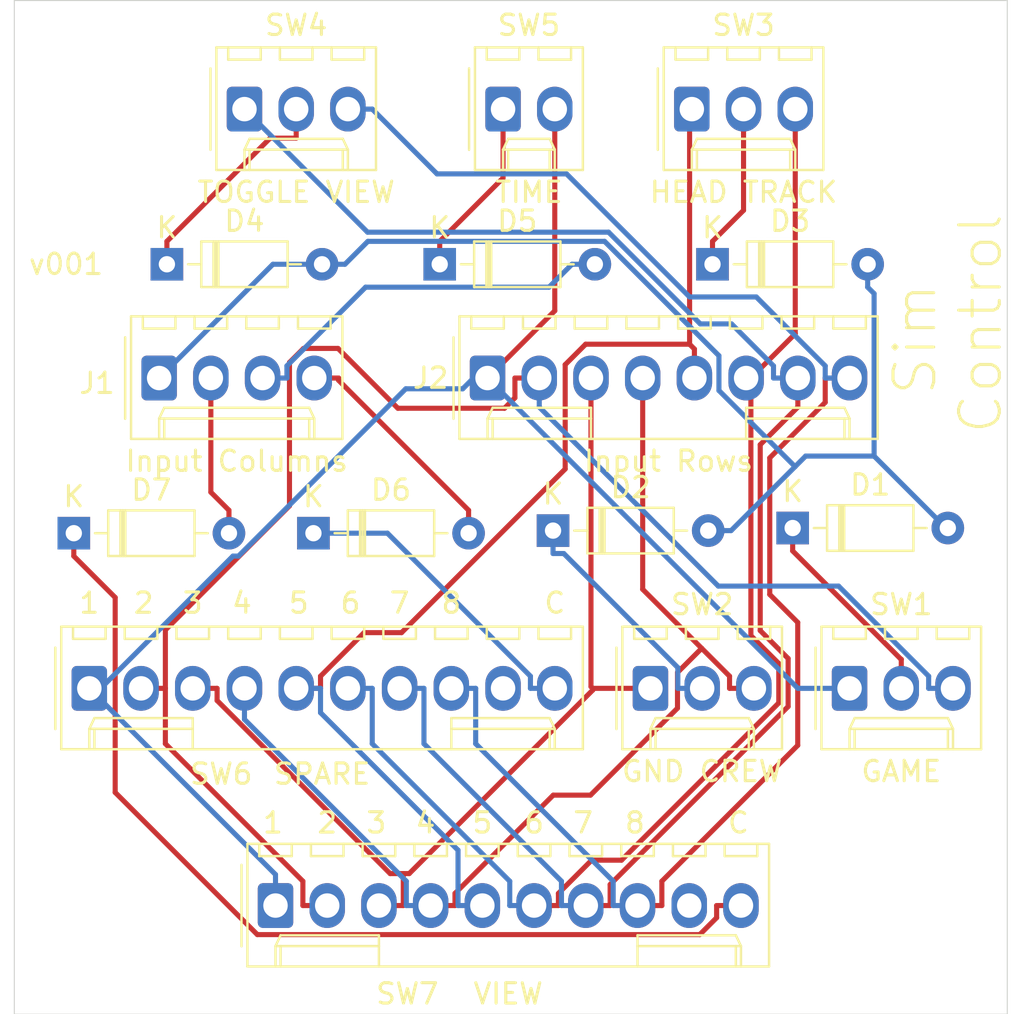
<source format=kicad_pcb>
(kicad_pcb (version 20171130) (host pcbnew "(5.1.5-0-10_14)")

  (general
    (thickness 1.6)
    (drawings 24)
    (tracks 200)
    (zones 0)
    (modules 20)
    (nets 20)
  )

  (page A4)
  (layers
    (0 F.Cu signal)
    (31 B.Cu signal)
    (32 B.Adhes user)
    (33 F.Adhes user)
    (34 B.Paste user)
    (35 F.Paste user)
    (36 B.SilkS user)
    (37 F.SilkS user)
    (38 B.Mask user)
    (39 F.Mask user)
    (40 Dwgs.User user)
    (41 Cmts.User user)
    (42 Eco1.User user)
    (43 Eco2.User user)
    (44 Edge.Cuts user)
    (45 Margin user)
    (46 B.CrtYd user)
    (47 F.CrtYd user)
    (48 B.Fab user)
    (49 F.Fab user)
  )

  (setup
    (last_trace_width 0.25)
    (trace_clearance 0.2)
    (zone_clearance 0.508)
    (zone_45_only no)
    (trace_min 0.2)
    (via_size 0.8)
    (via_drill 0.4)
    (via_min_size 0.4)
    (via_min_drill 0.3)
    (uvia_size 0.3)
    (uvia_drill 0.1)
    (uvias_allowed no)
    (uvia_min_size 0.2)
    (uvia_min_drill 0.1)
    (edge_width 0.05)
    (segment_width 0.2)
    (pcb_text_width 0.3)
    (pcb_text_size 1.5 1.5)
    (mod_edge_width 0.12)
    (mod_text_size 1 1)
    (mod_text_width 0.15)
    (pad_size 1.524 1.524)
    (pad_drill 0.762)
    (pad_to_mask_clearance 0.051)
    (solder_mask_min_width 0.25)
    (aux_axis_origin 0 0)
    (visible_elements FFFFFF7F)
    (pcbplotparams
      (layerselection 0x010fc_ffffffff)
      (usegerberextensions false)
      (usegerberattributes false)
      (usegerberadvancedattributes false)
      (creategerberjobfile false)
      (excludeedgelayer true)
      (linewidth 0.100000)
      (plotframeref false)
      (viasonmask false)
      (mode 1)
      (useauxorigin false)
      (hpglpennumber 1)
      (hpglpenspeed 20)
      (hpglpendiameter 15.000000)
      (psnegative false)
      (psa4output false)
      (plotreference true)
      (plotvalue true)
      (plotinvisibletext false)
      (padsonsilk false)
      (subtractmaskfromsilk false)
      (outputformat 1)
      (mirror false)
      (drillshape 0)
      (scaleselection 1)
      (outputdirectory "Manufacturing"))
  )

  (net 0 "")
  (net 1 /Col1)
  (net 2 "Net-(D1-Pad1)")
  (net 3 "Net-(D2-Pad1)")
  (net 4 "Net-(D3-Pad1)")
  (net 5 "Net-(D4-Pad1)")
  (net 6 /Col3)
  (net 7 "Net-(D5-Pad1)")
  (net 8 /Col4)
  (net 9 "Net-(D6-Pad1)")
  (net 10 /Col2)
  (net 11 "Net-(D7-Pad1)")
  (net 12 /Row8)
  (net 13 /Row7)
  (net 14 /Row6)
  (net 15 /Row5)
  (net 16 /Row4)
  (net 17 /Row3)
  (net 18 /Row2)
  (net 19 /Row1)

  (net_class Default "This is the default net class."
    (clearance 0.2)
    (trace_width 0.25)
    (via_dia 0.8)
    (via_drill 0.4)
    (uvia_dia 0.3)
    (uvia_drill 0.1)
    (add_net /Col1)
    (add_net /Col2)
    (add_net /Col3)
    (add_net /Col4)
    (add_net /Row1)
    (add_net /Row2)
    (add_net /Row3)
    (add_net /Row4)
    (add_net /Row5)
    (add_net /Row6)
    (add_net /Row7)
    (add_net /Row8)
    (add_net "Net-(D1-Pad1)")
    (add_net "Net-(D2-Pad1)")
    (add_net "Net-(D3-Pad1)")
    (add_net "Net-(D4-Pad1)")
    (add_net "Net-(D5-Pad1)")
    (add_net "Net-(D6-Pad1)")
    (add_net "Net-(D7-Pad1)")
  )

  (module PT_Library_v001:Molex_1x10_P2.54mm_Vertical (layer F.Cu) (tedit 5B78013E) (tstamp 60684752)
    (at 145.923 133.35)
    (descr "Molex KK-254 Interconnect System, old/engineering part number: AE-6410-10A example for new part number: 22-27-2101, 10 Pins (http://www.molex.com/pdm_docs/sd/022272021_sd.pdf), generated with kicad-footprint-generator")
    (tags "connector Molex KK-254 side entry")
    (path /6069D417)
    (fp_text reference SW7 (at 6.477 4.334) (layer F.SilkS)
      (effects (font (size 1 1) (thickness 0.15)))
    )
    (fp_text value VIEW (at 11.43 4.334) (layer F.SilkS)
      (effects (font (size 1 1) (thickness 0.15)))
    )
    (fp_text user %R (at 11.43 -2.22) (layer F.Fab)
      (effects (font (size 1 1) (thickness 0.15)))
    )
    (fp_line (start 24.63 -3.42) (end -1.77 -3.42) (layer F.CrtYd) (width 0.05))
    (fp_line (start 24.63 3.38) (end 24.63 -3.42) (layer F.CrtYd) (width 0.05))
    (fp_line (start -1.77 3.38) (end 24.63 3.38) (layer F.CrtYd) (width 0.05))
    (fp_line (start -1.77 -3.42) (end -1.77 3.38) (layer F.CrtYd) (width 0.05))
    (fp_line (start 23.66 -2.43) (end 23.66 -3.03) (layer F.SilkS) (width 0.12))
    (fp_line (start 22.06 -2.43) (end 23.66 -2.43) (layer F.SilkS) (width 0.12))
    (fp_line (start 22.06 -3.03) (end 22.06 -2.43) (layer F.SilkS) (width 0.12))
    (fp_line (start 21.12 -2.43) (end 21.12 -3.03) (layer F.SilkS) (width 0.12))
    (fp_line (start 19.52 -2.43) (end 21.12 -2.43) (layer F.SilkS) (width 0.12))
    (fp_line (start 19.52 -3.03) (end 19.52 -2.43) (layer F.SilkS) (width 0.12))
    (fp_line (start 18.58 -2.43) (end 18.58 -3.03) (layer F.SilkS) (width 0.12))
    (fp_line (start 16.98 -2.43) (end 18.58 -2.43) (layer F.SilkS) (width 0.12))
    (fp_line (start 16.98 -3.03) (end 16.98 -2.43) (layer F.SilkS) (width 0.12))
    (fp_line (start 16.04 -2.43) (end 16.04 -3.03) (layer F.SilkS) (width 0.12))
    (fp_line (start 14.44 -2.43) (end 16.04 -2.43) (layer F.SilkS) (width 0.12))
    (fp_line (start 14.44 -3.03) (end 14.44 -2.43) (layer F.SilkS) (width 0.12))
    (fp_line (start 13.5 -2.43) (end 13.5 -3.03) (layer F.SilkS) (width 0.12))
    (fp_line (start 11.9 -2.43) (end 13.5 -2.43) (layer F.SilkS) (width 0.12))
    (fp_line (start 11.9 -3.03) (end 11.9 -2.43) (layer F.SilkS) (width 0.12))
    (fp_line (start 10.96 -2.43) (end 10.96 -3.03) (layer F.SilkS) (width 0.12))
    (fp_line (start 9.36 -2.43) (end 10.96 -2.43) (layer F.SilkS) (width 0.12))
    (fp_line (start 9.36 -3.03) (end 9.36 -2.43) (layer F.SilkS) (width 0.12))
    (fp_line (start 8.42 -2.43) (end 8.42 -3.03) (layer F.SilkS) (width 0.12))
    (fp_line (start 6.82 -2.43) (end 8.42 -2.43) (layer F.SilkS) (width 0.12))
    (fp_line (start 6.82 -3.03) (end 6.82 -2.43) (layer F.SilkS) (width 0.12))
    (fp_line (start 5.88 -2.43) (end 5.88 -3.03) (layer F.SilkS) (width 0.12))
    (fp_line (start 4.28 -2.43) (end 5.88 -2.43) (layer F.SilkS) (width 0.12))
    (fp_line (start 4.28 -3.03) (end 4.28 -2.43) (layer F.SilkS) (width 0.12))
    (fp_line (start 3.34 -2.43) (end 3.34 -3.03) (layer F.SilkS) (width 0.12))
    (fp_line (start 1.74 -2.43) (end 3.34 -2.43) (layer F.SilkS) (width 0.12))
    (fp_line (start 1.74 -3.03) (end 1.74 -2.43) (layer F.SilkS) (width 0.12))
    (fp_line (start 0.8 -2.43) (end 0.8 -3.03) (layer F.SilkS) (width 0.12))
    (fp_line (start -0.8 -2.43) (end 0.8 -2.43) (layer F.SilkS) (width 0.12))
    (fp_line (start -0.8 -3.03) (end -0.8 -2.43) (layer F.SilkS) (width 0.12))
    (fp_line (start 22.61 2.99) (end 22.61 1.99) (layer F.SilkS) (width 0.12))
    (fp_line (start 17.78 1.46) (end 17.78 1.99) (layer F.SilkS) (width 0.12))
    (fp_line (start 22.61 1.46) (end 17.78 1.46) (layer F.SilkS) (width 0.12))
    (fp_line (start 22.86 1.99) (end 22.61 1.46) (layer F.SilkS) (width 0.12))
    (fp_line (start 17.78 1.99) (end 17.78 2.99) (layer F.SilkS) (width 0.12))
    (fp_line (start 22.86 1.99) (end 17.78 1.99) (layer F.SilkS) (width 0.12))
    (fp_line (start 22.86 2.99) (end 22.86 1.99) (layer F.SilkS) (width 0.12))
    (fp_line (start 0.25 2.99) (end 0.25 1.99) (layer F.SilkS) (width 0.12))
    (fp_line (start 5.08 1.46) (end 5.08 1.99) (layer F.SilkS) (width 0.12))
    (fp_line (start 0.25 1.46) (end 5.08 1.46) (layer F.SilkS) (width 0.12))
    (fp_line (start 0 1.99) (end 0.25 1.46) (layer F.SilkS) (width 0.12))
    (fp_line (start 5.08 1.99) (end 5.08 2.99) (layer F.SilkS) (width 0.12))
    (fp_line (start 0 1.99) (end 5.08 1.99) (layer F.SilkS) (width 0.12))
    (fp_line (start 0 2.99) (end 0 1.99) (layer F.SilkS) (width 0.12))
    (fp_line (start -0.562893 0) (end -1.27 0.5) (layer F.Fab) (width 0.1))
    (fp_line (start -1.27 -0.5) (end -0.562893 0) (layer F.Fab) (width 0.1))
    (fp_line (start -1.67 -2) (end -1.67 2) (layer F.SilkS) (width 0.12))
    (fp_line (start 24.24 -3.03) (end -1.38 -3.03) (layer F.SilkS) (width 0.12))
    (fp_line (start 24.24 2.99) (end 24.24 -3.03) (layer F.SilkS) (width 0.12))
    (fp_line (start -1.38 2.99) (end 24.24 2.99) (layer F.SilkS) (width 0.12))
    (fp_line (start -1.38 -3.03) (end -1.38 2.99) (layer F.SilkS) (width 0.12))
    (fp_line (start 24.13 -2.92) (end -1.27 -2.92) (layer F.Fab) (width 0.1))
    (fp_line (start 24.13 2.88) (end 24.13 -2.92) (layer F.Fab) (width 0.1))
    (fp_line (start -1.27 2.88) (end 24.13 2.88) (layer F.Fab) (width 0.1))
    (fp_line (start -1.27 -2.92) (end -1.27 2.88) (layer F.Fab) (width 0.1))
    (pad 10 thru_hole oval (at 22.86 0) (size 1.74 2.2) (drill 1.2) (layers *.Cu *.Mask)
      (net 11 "Net-(D7-Pad1)"))
    (pad 9 thru_hole oval (at 20.32 0) (size 1.74 2.2) (drill 1.2) (layers *.Cu *.Mask))
    (pad 8 thru_hole oval (at 17.78 0) (size 1.74 2.2) (drill 1.2) (layers *.Cu *.Mask)
      (net 12 /Row8))
    (pad 7 thru_hole oval (at 15.24 0) (size 1.74 2.2) (drill 1.2) (layers *.Cu *.Mask)
      (net 13 /Row7))
    (pad 6 thru_hole oval (at 12.7 0) (size 1.74 2.2) (drill 1.2) (layers *.Cu *.Mask)
      (net 14 /Row6))
    (pad 5 thru_hole oval (at 10.16 0) (size 1.74 2.2) (drill 1.2) (layers *.Cu *.Mask)
      (net 15 /Row5))
    (pad 4 thru_hole oval (at 7.62 0) (size 1.74 2.2) (drill 1.2) (layers *.Cu *.Mask)
      (net 16 /Row4))
    (pad 3 thru_hole oval (at 5.08 0) (size 1.74 2.2) (drill 1.2) (layers *.Cu *.Mask)
      (net 17 /Row3))
    (pad 2 thru_hole oval (at 2.54 0) (size 1.74 2.2) (drill 1.2) (layers *.Cu *.Mask)
      (net 18 /Row2))
    (pad 1 thru_hole roundrect (at 0 0) (size 1.74 2.2) (drill 1.2) (layers *.Cu *.Mask) (roundrect_rratio 0.143678)
      (net 19 /Row1))
    (model ${KISYS3DMOD}/Connector_Molex.3dshapes/Molex_KK-254_AE-6410-10A_1x10_P2.54mm_Vertical.wrl
      (at (xyz 0 0 0))
      (scale (xyz 1 1 1))
      (rotate (xyz 0 0 0))
    )
  )

  (module PT_Library_v001:Molex_1x10_P2.54mm_Vertical (layer F.Cu) (tedit 5B78013E) (tstamp 60684708)
    (at 136.779 122.682)
    (descr "Molex KK-254 Interconnect System, old/engineering part number: AE-6410-10A example for new part number: 22-27-2101, 10 Pins (http://www.molex.com/pdm_docs/sd/022272021_sd.pdf), generated with kicad-footprint-generator")
    (tags "connector Molex KK-254 side entry")
    (path /606A1A22)
    (fp_text reference SW6 (at 6.477 4.207) (layer F.SilkS)
      (effects (font (size 1 1) (thickness 0.15)))
    )
    (fp_text value SPARE (at 11.43 4.207) (layer F.SilkS)
      (effects (font (size 1 1) (thickness 0.15)))
    )
    (fp_text user %R (at 11.43 -2.22) (layer F.Fab)
      (effects (font (size 1 1) (thickness 0.15)))
    )
    (fp_line (start 24.63 -3.42) (end -1.77 -3.42) (layer F.CrtYd) (width 0.05))
    (fp_line (start 24.63 3.38) (end 24.63 -3.42) (layer F.CrtYd) (width 0.05))
    (fp_line (start -1.77 3.38) (end 24.63 3.38) (layer F.CrtYd) (width 0.05))
    (fp_line (start -1.77 -3.42) (end -1.77 3.38) (layer F.CrtYd) (width 0.05))
    (fp_line (start 23.66 -2.43) (end 23.66 -3.03) (layer F.SilkS) (width 0.12))
    (fp_line (start 22.06 -2.43) (end 23.66 -2.43) (layer F.SilkS) (width 0.12))
    (fp_line (start 22.06 -3.03) (end 22.06 -2.43) (layer F.SilkS) (width 0.12))
    (fp_line (start 21.12 -2.43) (end 21.12 -3.03) (layer F.SilkS) (width 0.12))
    (fp_line (start 19.52 -2.43) (end 21.12 -2.43) (layer F.SilkS) (width 0.12))
    (fp_line (start 19.52 -3.03) (end 19.52 -2.43) (layer F.SilkS) (width 0.12))
    (fp_line (start 18.58 -2.43) (end 18.58 -3.03) (layer F.SilkS) (width 0.12))
    (fp_line (start 16.98 -2.43) (end 18.58 -2.43) (layer F.SilkS) (width 0.12))
    (fp_line (start 16.98 -3.03) (end 16.98 -2.43) (layer F.SilkS) (width 0.12))
    (fp_line (start 16.04 -2.43) (end 16.04 -3.03) (layer F.SilkS) (width 0.12))
    (fp_line (start 14.44 -2.43) (end 16.04 -2.43) (layer F.SilkS) (width 0.12))
    (fp_line (start 14.44 -3.03) (end 14.44 -2.43) (layer F.SilkS) (width 0.12))
    (fp_line (start 13.5 -2.43) (end 13.5 -3.03) (layer F.SilkS) (width 0.12))
    (fp_line (start 11.9 -2.43) (end 13.5 -2.43) (layer F.SilkS) (width 0.12))
    (fp_line (start 11.9 -3.03) (end 11.9 -2.43) (layer F.SilkS) (width 0.12))
    (fp_line (start 10.96 -2.43) (end 10.96 -3.03) (layer F.SilkS) (width 0.12))
    (fp_line (start 9.36 -2.43) (end 10.96 -2.43) (layer F.SilkS) (width 0.12))
    (fp_line (start 9.36 -3.03) (end 9.36 -2.43) (layer F.SilkS) (width 0.12))
    (fp_line (start 8.42 -2.43) (end 8.42 -3.03) (layer F.SilkS) (width 0.12))
    (fp_line (start 6.82 -2.43) (end 8.42 -2.43) (layer F.SilkS) (width 0.12))
    (fp_line (start 6.82 -3.03) (end 6.82 -2.43) (layer F.SilkS) (width 0.12))
    (fp_line (start 5.88 -2.43) (end 5.88 -3.03) (layer F.SilkS) (width 0.12))
    (fp_line (start 4.28 -2.43) (end 5.88 -2.43) (layer F.SilkS) (width 0.12))
    (fp_line (start 4.28 -3.03) (end 4.28 -2.43) (layer F.SilkS) (width 0.12))
    (fp_line (start 3.34 -2.43) (end 3.34 -3.03) (layer F.SilkS) (width 0.12))
    (fp_line (start 1.74 -2.43) (end 3.34 -2.43) (layer F.SilkS) (width 0.12))
    (fp_line (start 1.74 -3.03) (end 1.74 -2.43) (layer F.SilkS) (width 0.12))
    (fp_line (start 0.8 -2.43) (end 0.8 -3.03) (layer F.SilkS) (width 0.12))
    (fp_line (start -0.8 -2.43) (end 0.8 -2.43) (layer F.SilkS) (width 0.12))
    (fp_line (start -0.8 -3.03) (end -0.8 -2.43) (layer F.SilkS) (width 0.12))
    (fp_line (start 22.61 2.99) (end 22.61 1.99) (layer F.SilkS) (width 0.12))
    (fp_line (start 17.78 1.46) (end 17.78 1.99) (layer F.SilkS) (width 0.12))
    (fp_line (start 22.61 1.46) (end 17.78 1.46) (layer F.SilkS) (width 0.12))
    (fp_line (start 22.86 1.99) (end 22.61 1.46) (layer F.SilkS) (width 0.12))
    (fp_line (start 17.78 1.99) (end 17.78 2.99) (layer F.SilkS) (width 0.12))
    (fp_line (start 22.86 1.99) (end 17.78 1.99) (layer F.SilkS) (width 0.12))
    (fp_line (start 22.86 2.99) (end 22.86 1.99) (layer F.SilkS) (width 0.12))
    (fp_line (start 0.25 2.99) (end 0.25 1.99) (layer F.SilkS) (width 0.12))
    (fp_line (start 5.08 1.46) (end 5.08 1.99) (layer F.SilkS) (width 0.12))
    (fp_line (start 0.25 1.46) (end 5.08 1.46) (layer F.SilkS) (width 0.12))
    (fp_line (start 0 1.99) (end 0.25 1.46) (layer F.SilkS) (width 0.12))
    (fp_line (start 5.08 1.99) (end 5.08 2.99) (layer F.SilkS) (width 0.12))
    (fp_line (start 0 1.99) (end 5.08 1.99) (layer F.SilkS) (width 0.12))
    (fp_line (start 0 2.99) (end 0 1.99) (layer F.SilkS) (width 0.12))
    (fp_line (start -0.562893 0) (end -1.27 0.5) (layer F.Fab) (width 0.1))
    (fp_line (start -1.27 -0.5) (end -0.562893 0) (layer F.Fab) (width 0.1))
    (fp_line (start -1.67 -2) (end -1.67 2) (layer F.SilkS) (width 0.12))
    (fp_line (start 24.24 -3.03) (end -1.38 -3.03) (layer F.SilkS) (width 0.12))
    (fp_line (start 24.24 2.99) (end 24.24 -3.03) (layer F.SilkS) (width 0.12))
    (fp_line (start -1.38 2.99) (end 24.24 2.99) (layer F.SilkS) (width 0.12))
    (fp_line (start -1.38 -3.03) (end -1.38 2.99) (layer F.SilkS) (width 0.12))
    (fp_line (start 24.13 -2.92) (end -1.27 -2.92) (layer F.Fab) (width 0.1))
    (fp_line (start 24.13 2.88) (end 24.13 -2.92) (layer F.Fab) (width 0.1))
    (fp_line (start -1.27 2.88) (end 24.13 2.88) (layer F.Fab) (width 0.1))
    (fp_line (start -1.27 -2.92) (end -1.27 2.88) (layer F.Fab) (width 0.1))
    (pad 10 thru_hole oval (at 22.86 0) (size 1.74 2.2) (drill 1.2) (layers *.Cu *.Mask)
      (net 9 "Net-(D6-Pad1)"))
    (pad 9 thru_hole oval (at 20.32 0) (size 1.74 2.2) (drill 1.2) (layers *.Cu *.Mask))
    (pad 8 thru_hole oval (at 17.78 0) (size 1.74 2.2) (drill 1.2) (layers *.Cu *.Mask)
      (net 12 /Row8))
    (pad 7 thru_hole oval (at 15.24 0) (size 1.74 2.2) (drill 1.2) (layers *.Cu *.Mask)
      (net 13 /Row7))
    (pad 6 thru_hole oval (at 12.7 0) (size 1.74 2.2) (drill 1.2) (layers *.Cu *.Mask)
      (net 14 /Row6))
    (pad 5 thru_hole oval (at 10.16 0) (size 1.74 2.2) (drill 1.2) (layers *.Cu *.Mask)
      (net 15 /Row5))
    (pad 4 thru_hole oval (at 7.62 0) (size 1.74 2.2) (drill 1.2) (layers *.Cu *.Mask)
      (net 16 /Row4))
    (pad 3 thru_hole oval (at 5.08 0) (size 1.74 2.2) (drill 1.2) (layers *.Cu *.Mask)
      (net 17 /Row3))
    (pad 2 thru_hole oval (at 2.54 0) (size 1.74 2.2) (drill 1.2) (layers *.Cu *.Mask)
      (net 18 /Row2))
    (pad 1 thru_hole roundrect (at 0 0) (size 1.74 2.2) (drill 1.2) (layers *.Cu *.Mask) (roundrect_rratio 0.143678)
      (net 19 /Row1))
    (model ${KISYS3DMOD}/Connector_Molex.3dshapes/Molex_KK-254_AE-6410-10A_1x10_P2.54mm_Vertical.wrl
      (at (xyz 0 0 0))
      (scale (xyz 1 1 1))
      (rotate (xyz 0 0 0))
    )
  )

  (module PT_Library_v001:Molex_1x02_P2.54mm_Vertical (layer F.Cu) (tedit 5B78013E) (tstamp 606846BE)
    (at 157.099 94.234)
    (descr "Molex KK-254 Interconnect System, old/engineering part number: AE-6410-02A example for new part number: 22-27-2021, 2 Pins (http://www.molex.com/pdm_docs/sd/022272021_sd.pdf), generated with kicad-footprint-generator")
    (tags "connector Molex KK-254 side entry")
    (path /5FDD2E27)
    (fp_text reference SW5 (at 1.27 -4.12) (layer F.SilkS)
      (effects (font (size 1 1) (thickness 0.15)))
    )
    (fp_text value TIME (at 1.27 4.08) (layer F.SilkS)
      (effects (font (size 1 1) (thickness 0.15)))
    )
    (fp_text user %R (at 1.27 -2.22) (layer F.Fab)
      (effects (font (size 1 1) (thickness 0.15)))
    )
    (fp_line (start 4.31 -3.42) (end -1.77 -3.42) (layer F.CrtYd) (width 0.05))
    (fp_line (start 4.31 3.38) (end 4.31 -3.42) (layer F.CrtYd) (width 0.05))
    (fp_line (start -1.77 3.38) (end 4.31 3.38) (layer F.CrtYd) (width 0.05))
    (fp_line (start -1.77 -3.42) (end -1.77 3.38) (layer F.CrtYd) (width 0.05))
    (fp_line (start 3.34 -2.43) (end 3.34 -3.03) (layer F.SilkS) (width 0.12))
    (fp_line (start 1.74 -2.43) (end 3.34 -2.43) (layer F.SilkS) (width 0.12))
    (fp_line (start 1.74 -3.03) (end 1.74 -2.43) (layer F.SilkS) (width 0.12))
    (fp_line (start 0.8 -2.43) (end 0.8 -3.03) (layer F.SilkS) (width 0.12))
    (fp_line (start -0.8 -2.43) (end 0.8 -2.43) (layer F.SilkS) (width 0.12))
    (fp_line (start -0.8 -3.03) (end -0.8 -2.43) (layer F.SilkS) (width 0.12))
    (fp_line (start 2.29 2.99) (end 2.29 1.99) (layer F.SilkS) (width 0.12))
    (fp_line (start 0.25 2.99) (end 0.25 1.99) (layer F.SilkS) (width 0.12))
    (fp_line (start 2.29 1.46) (end 2.54 1.99) (layer F.SilkS) (width 0.12))
    (fp_line (start 0.25 1.46) (end 2.29 1.46) (layer F.SilkS) (width 0.12))
    (fp_line (start 0 1.99) (end 0.25 1.46) (layer F.SilkS) (width 0.12))
    (fp_line (start 2.54 1.99) (end 2.54 2.99) (layer F.SilkS) (width 0.12))
    (fp_line (start 0 1.99) (end 2.54 1.99) (layer F.SilkS) (width 0.12))
    (fp_line (start 0 2.99) (end 0 1.99) (layer F.SilkS) (width 0.12))
    (fp_line (start -0.562893 0) (end -1.27 0.5) (layer F.Fab) (width 0.1))
    (fp_line (start -1.27 -0.5) (end -0.562893 0) (layer F.Fab) (width 0.1))
    (fp_line (start -1.67 -2) (end -1.67 2) (layer F.SilkS) (width 0.12))
    (fp_line (start 3.92 -3.03) (end -1.38 -3.03) (layer F.SilkS) (width 0.12))
    (fp_line (start 3.92 2.99) (end 3.92 -3.03) (layer F.SilkS) (width 0.12))
    (fp_line (start -1.38 2.99) (end 3.92 2.99) (layer F.SilkS) (width 0.12))
    (fp_line (start -1.38 -3.03) (end -1.38 2.99) (layer F.SilkS) (width 0.12))
    (fp_line (start 3.81 -2.92) (end -1.27 -2.92) (layer F.Fab) (width 0.1))
    (fp_line (start 3.81 2.88) (end 3.81 -2.92) (layer F.Fab) (width 0.1))
    (fp_line (start -1.27 2.88) (end 3.81 2.88) (layer F.Fab) (width 0.1))
    (fp_line (start -1.27 -2.92) (end -1.27 2.88) (layer F.Fab) (width 0.1))
    (pad 2 thru_hole oval (at 2.54 0) (size 1.74 2.2) (drill 1.2) (layers *.Cu *.Mask)
      (net 19 /Row1))
    (pad 1 thru_hole roundrect (at 0 0) (size 1.74 2.2) (drill 1.2) (layers *.Cu *.Mask) (roundrect_rratio 0.143678)
      (net 7 "Net-(D5-Pad1)"))
    (model ${KISYS3DMOD}/Connector_Molex.3dshapes/Molex_KK-254_AE-6410-02A_1x02_P2.54mm_Vertical.wrl
      (at (xyz 0 0 0))
      (scale (xyz 1 1 1))
      (rotate (xyz 0 0 0))
    )
  )

  (module PT_Library_v001:Molex_1x03_P2.54mm_Vertical (layer F.Cu) (tedit 5B78013E) (tstamp 6068469A)
    (at 144.399 94.234)
    (descr "Molex KK-254 Interconnect System, old/engineering part number: AE-6410-03A example for new part number: 22-27-2031, 3 Pins (http://www.molex.com/pdm_docs/sd/022272021_sd.pdf), generated with kicad-footprint-generator")
    (tags "connector Molex KK-254 side entry")
    (path /5FDD3713)
    (fp_text reference SW4 (at 2.54 -4.12) (layer F.SilkS)
      (effects (font (size 1 1) (thickness 0.15)))
    )
    (fp_text value "TOGGLE VIEW" (at 2.54 4.08) (layer F.SilkS)
      (effects (font (size 1 1) (thickness 0.15)))
    )
    (fp_text user %R (at 2.54 -2.22) (layer F.Fab)
      (effects (font (size 1 1) (thickness 0.15)))
    )
    (fp_line (start 6.85 -3.42) (end -1.77 -3.42) (layer F.CrtYd) (width 0.05))
    (fp_line (start 6.85 3.38) (end 6.85 -3.42) (layer F.CrtYd) (width 0.05))
    (fp_line (start -1.77 3.38) (end 6.85 3.38) (layer F.CrtYd) (width 0.05))
    (fp_line (start -1.77 -3.42) (end -1.77 3.38) (layer F.CrtYd) (width 0.05))
    (fp_line (start 5.88 -2.43) (end 5.88 -3.03) (layer F.SilkS) (width 0.12))
    (fp_line (start 4.28 -2.43) (end 5.88 -2.43) (layer F.SilkS) (width 0.12))
    (fp_line (start 4.28 -3.03) (end 4.28 -2.43) (layer F.SilkS) (width 0.12))
    (fp_line (start 3.34 -2.43) (end 3.34 -3.03) (layer F.SilkS) (width 0.12))
    (fp_line (start 1.74 -2.43) (end 3.34 -2.43) (layer F.SilkS) (width 0.12))
    (fp_line (start 1.74 -3.03) (end 1.74 -2.43) (layer F.SilkS) (width 0.12))
    (fp_line (start 0.8 -2.43) (end 0.8 -3.03) (layer F.SilkS) (width 0.12))
    (fp_line (start -0.8 -2.43) (end 0.8 -2.43) (layer F.SilkS) (width 0.12))
    (fp_line (start -0.8 -3.03) (end -0.8 -2.43) (layer F.SilkS) (width 0.12))
    (fp_line (start 4.83 2.99) (end 4.83 1.99) (layer F.SilkS) (width 0.12))
    (fp_line (start 0.25 2.99) (end 0.25 1.99) (layer F.SilkS) (width 0.12))
    (fp_line (start 4.83 1.46) (end 5.08 1.99) (layer F.SilkS) (width 0.12))
    (fp_line (start 0.25 1.46) (end 4.83 1.46) (layer F.SilkS) (width 0.12))
    (fp_line (start 0 1.99) (end 0.25 1.46) (layer F.SilkS) (width 0.12))
    (fp_line (start 5.08 1.99) (end 5.08 2.99) (layer F.SilkS) (width 0.12))
    (fp_line (start 0 1.99) (end 5.08 1.99) (layer F.SilkS) (width 0.12))
    (fp_line (start 0 2.99) (end 0 1.99) (layer F.SilkS) (width 0.12))
    (fp_line (start -0.562893 0) (end -1.27 0.5) (layer F.Fab) (width 0.1))
    (fp_line (start -1.27 -0.5) (end -0.562893 0) (layer F.Fab) (width 0.1))
    (fp_line (start -1.67 -2) (end -1.67 2) (layer F.SilkS) (width 0.12))
    (fp_line (start 6.46 -3.03) (end -1.38 -3.03) (layer F.SilkS) (width 0.12))
    (fp_line (start 6.46 2.99) (end 6.46 -3.03) (layer F.SilkS) (width 0.12))
    (fp_line (start -1.38 2.99) (end 6.46 2.99) (layer F.SilkS) (width 0.12))
    (fp_line (start -1.38 -3.03) (end -1.38 2.99) (layer F.SilkS) (width 0.12))
    (fp_line (start 6.35 -2.92) (end -1.27 -2.92) (layer F.Fab) (width 0.1))
    (fp_line (start 6.35 2.88) (end 6.35 -2.92) (layer F.Fab) (width 0.1))
    (fp_line (start -1.27 2.88) (end 6.35 2.88) (layer F.Fab) (width 0.1))
    (fp_line (start -1.27 -2.92) (end -1.27 2.88) (layer F.Fab) (width 0.1))
    (pad 3 thru_hole oval (at 5.08 0) (size 1.74 2.2) (drill 1.2) (layers *.Cu *.Mask)
      (net 12 /Row8))
    (pad 2 thru_hole oval (at 2.54 0) (size 1.74 2.2) (drill 1.2) (layers *.Cu *.Mask)
      (net 5 "Net-(D4-Pad1)"))
    (pad 1 thru_hole roundrect (at 0 0) (size 1.74 2.2) (drill 1.2) (layers *.Cu *.Mask) (roundrect_rratio 0.143678)
      (net 13 /Row7))
    (model ${KISYS3DMOD}/Connector_Molex.3dshapes/Molex_KK-254_AE-6410-03A_1x03_P2.54mm_Vertical.wrl
      (at (xyz 0 0 0))
      (scale (xyz 1 1 1))
      (rotate (xyz 0 0 0))
    )
  )

  (module PT_Library_v001:Molex_1x03_P2.54mm_Vertical (layer F.Cu) (tedit 5B78013E) (tstamp 60684672)
    (at 166.37 94.234)
    (descr "Molex KK-254 Interconnect System, old/engineering part number: AE-6410-03A example for new part number: 22-27-2031, 3 Pins (http://www.molex.com/pdm_docs/sd/022272021_sd.pdf), generated with kicad-footprint-generator")
    (tags "connector Molex KK-254 side entry")
    (path /5FDD1B3C)
    (fp_text reference SW3 (at 2.54 -4.12) (layer F.SilkS)
      (effects (font (size 1 1) (thickness 0.15)))
    )
    (fp_text value "HEAD TRACK" (at 2.54 4.08) (layer F.SilkS)
      (effects (font (size 1 1) (thickness 0.15)))
    )
    (fp_text user %R (at 2.54 -2.22) (layer F.Fab)
      (effects (font (size 1 1) (thickness 0.15)))
    )
    (fp_line (start 6.85 -3.42) (end -1.77 -3.42) (layer F.CrtYd) (width 0.05))
    (fp_line (start 6.85 3.38) (end 6.85 -3.42) (layer F.CrtYd) (width 0.05))
    (fp_line (start -1.77 3.38) (end 6.85 3.38) (layer F.CrtYd) (width 0.05))
    (fp_line (start -1.77 -3.42) (end -1.77 3.38) (layer F.CrtYd) (width 0.05))
    (fp_line (start 5.88 -2.43) (end 5.88 -3.03) (layer F.SilkS) (width 0.12))
    (fp_line (start 4.28 -2.43) (end 5.88 -2.43) (layer F.SilkS) (width 0.12))
    (fp_line (start 4.28 -3.03) (end 4.28 -2.43) (layer F.SilkS) (width 0.12))
    (fp_line (start 3.34 -2.43) (end 3.34 -3.03) (layer F.SilkS) (width 0.12))
    (fp_line (start 1.74 -2.43) (end 3.34 -2.43) (layer F.SilkS) (width 0.12))
    (fp_line (start 1.74 -3.03) (end 1.74 -2.43) (layer F.SilkS) (width 0.12))
    (fp_line (start 0.8 -2.43) (end 0.8 -3.03) (layer F.SilkS) (width 0.12))
    (fp_line (start -0.8 -2.43) (end 0.8 -2.43) (layer F.SilkS) (width 0.12))
    (fp_line (start -0.8 -3.03) (end -0.8 -2.43) (layer F.SilkS) (width 0.12))
    (fp_line (start 4.83 2.99) (end 4.83 1.99) (layer F.SilkS) (width 0.12))
    (fp_line (start 0.25 2.99) (end 0.25 1.99) (layer F.SilkS) (width 0.12))
    (fp_line (start 4.83 1.46) (end 5.08 1.99) (layer F.SilkS) (width 0.12))
    (fp_line (start 0.25 1.46) (end 4.83 1.46) (layer F.SilkS) (width 0.12))
    (fp_line (start 0 1.99) (end 0.25 1.46) (layer F.SilkS) (width 0.12))
    (fp_line (start 5.08 1.99) (end 5.08 2.99) (layer F.SilkS) (width 0.12))
    (fp_line (start 0 1.99) (end 5.08 1.99) (layer F.SilkS) (width 0.12))
    (fp_line (start 0 2.99) (end 0 1.99) (layer F.SilkS) (width 0.12))
    (fp_line (start -0.562893 0) (end -1.27 0.5) (layer F.Fab) (width 0.1))
    (fp_line (start -1.27 -0.5) (end -0.562893 0) (layer F.Fab) (width 0.1))
    (fp_line (start -1.67 -2) (end -1.67 2) (layer F.SilkS) (width 0.12))
    (fp_line (start 6.46 -3.03) (end -1.38 -3.03) (layer F.SilkS) (width 0.12))
    (fp_line (start 6.46 2.99) (end 6.46 -3.03) (layer F.SilkS) (width 0.12))
    (fp_line (start -1.38 2.99) (end 6.46 2.99) (layer F.SilkS) (width 0.12))
    (fp_line (start -1.38 -3.03) (end -1.38 2.99) (layer F.SilkS) (width 0.12))
    (fp_line (start 6.35 -2.92) (end -1.27 -2.92) (layer F.Fab) (width 0.1))
    (fp_line (start 6.35 2.88) (end 6.35 -2.92) (layer F.Fab) (width 0.1))
    (fp_line (start -1.27 2.88) (end 6.35 2.88) (layer F.Fab) (width 0.1))
    (fp_line (start -1.27 -2.92) (end -1.27 2.88) (layer F.Fab) (width 0.1))
    (pad 3 thru_hole oval (at 5.08 0) (size 1.74 2.2) (drill 1.2) (layers *.Cu *.Mask)
      (net 14 /Row6))
    (pad 2 thru_hole oval (at 2.54 0) (size 1.74 2.2) (drill 1.2) (layers *.Cu *.Mask)
      (net 4 "Net-(D3-Pad1)"))
    (pad 1 thru_hole roundrect (at 0 0) (size 1.74 2.2) (drill 1.2) (layers *.Cu *.Mask) (roundrect_rratio 0.143678)
      (net 15 /Row5))
    (model ${KISYS3DMOD}/Connector_Molex.3dshapes/Molex_KK-254_AE-6410-03A_1x03_P2.54mm_Vertical.wrl
      (at (xyz 0 0 0))
      (scale (xyz 1 1 1))
      (rotate (xyz 0 0 0))
    )
  )

  (module PT_Library_v001:Molex_1x03_P2.54mm_Vertical (layer F.Cu) (tedit 5B78013E) (tstamp 6068464A)
    (at 164.338 122.682)
    (descr "Molex KK-254 Interconnect System, old/engineering part number: AE-6410-03A example for new part number: 22-27-2031, 3 Pins (http://www.molex.com/pdm_docs/sd/022272021_sd.pdf), generated with kicad-footprint-generator")
    (tags "connector Molex KK-254 side entry")
    (path /5FD567C4)
    (fp_text reference SW2 (at 2.54 -4.12) (layer F.SilkS)
      (effects (font (size 1 1) (thickness 0.15)))
    )
    (fp_text value "GND CREW" (at 2.54 4.08) (layer F.SilkS)
      (effects (font (size 1 1) (thickness 0.15)))
    )
    (fp_text user %R (at 2.54 -2.22) (layer F.Fab)
      (effects (font (size 1 1) (thickness 0.15)))
    )
    (fp_line (start 6.85 -3.42) (end -1.77 -3.42) (layer F.CrtYd) (width 0.05))
    (fp_line (start 6.85 3.38) (end 6.85 -3.42) (layer F.CrtYd) (width 0.05))
    (fp_line (start -1.77 3.38) (end 6.85 3.38) (layer F.CrtYd) (width 0.05))
    (fp_line (start -1.77 -3.42) (end -1.77 3.38) (layer F.CrtYd) (width 0.05))
    (fp_line (start 5.88 -2.43) (end 5.88 -3.03) (layer F.SilkS) (width 0.12))
    (fp_line (start 4.28 -2.43) (end 5.88 -2.43) (layer F.SilkS) (width 0.12))
    (fp_line (start 4.28 -3.03) (end 4.28 -2.43) (layer F.SilkS) (width 0.12))
    (fp_line (start 3.34 -2.43) (end 3.34 -3.03) (layer F.SilkS) (width 0.12))
    (fp_line (start 1.74 -2.43) (end 3.34 -2.43) (layer F.SilkS) (width 0.12))
    (fp_line (start 1.74 -3.03) (end 1.74 -2.43) (layer F.SilkS) (width 0.12))
    (fp_line (start 0.8 -2.43) (end 0.8 -3.03) (layer F.SilkS) (width 0.12))
    (fp_line (start -0.8 -2.43) (end 0.8 -2.43) (layer F.SilkS) (width 0.12))
    (fp_line (start -0.8 -3.03) (end -0.8 -2.43) (layer F.SilkS) (width 0.12))
    (fp_line (start 4.83 2.99) (end 4.83 1.99) (layer F.SilkS) (width 0.12))
    (fp_line (start 0.25 2.99) (end 0.25 1.99) (layer F.SilkS) (width 0.12))
    (fp_line (start 4.83 1.46) (end 5.08 1.99) (layer F.SilkS) (width 0.12))
    (fp_line (start 0.25 1.46) (end 4.83 1.46) (layer F.SilkS) (width 0.12))
    (fp_line (start 0 1.99) (end 0.25 1.46) (layer F.SilkS) (width 0.12))
    (fp_line (start 5.08 1.99) (end 5.08 2.99) (layer F.SilkS) (width 0.12))
    (fp_line (start 0 1.99) (end 5.08 1.99) (layer F.SilkS) (width 0.12))
    (fp_line (start 0 2.99) (end 0 1.99) (layer F.SilkS) (width 0.12))
    (fp_line (start -0.562893 0) (end -1.27 0.5) (layer F.Fab) (width 0.1))
    (fp_line (start -1.27 -0.5) (end -0.562893 0) (layer F.Fab) (width 0.1))
    (fp_line (start -1.67 -2) (end -1.67 2) (layer F.SilkS) (width 0.12))
    (fp_line (start 6.46 -3.03) (end -1.38 -3.03) (layer F.SilkS) (width 0.12))
    (fp_line (start 6.46 2.99) (end 6.46 -3.03) (layer F.SilkS) (width 0.12))
    (fp_line (start -1.38 2.99) (end 6.46 2.99) (layer F.SilkS) (width 0.12))
    (fp_line (start -1.38 -3.03) (end -1.38 2.99) (layer F.SilkS) (width 0.12))
    (fp_line (start 6.35 -2.92) (end -1.27 -2.92) (layer F.Fab) (width 0.1))
    (fp_line (start 6.35 2.88) (end 6.35 -2.92) (layer F.Fab) (width 0.1))
    (fp_line (start -1.27 2.88) (end 6.35 2.88) (layer F.Fab) (width 0.1))
    (fp_line (start -1.27 -2.92) (end -1.27 2.88) (layer F.Fab) (width 0.1))
    (pad 3 thru_hole oval (at 5.08 0) (size 1.74 2.2) (drill 1.2) (layers *.Cu *.Mask)
      (net 16 /Row4))
    (pad 2 thru_hole oval (at 2.54 0) (size 1.74 2.2) (drill 1.2) (layers *.Cu *.Mask)
      (net 3 "Net-(D2-Pad1)"))
    (pad 1 thru_hole roundrect (at 0 0) (size 1.74 2.2) (drill 1.2) (layers *.Cu *.Mask) (roundrect_rratio 0.143678)
      (net 17 /Row3))
    (model ${KISYS3DMOD}/Connector_Molex.3dshapes/Molex_KK-254_AE-6410-03A_1x03_P2.54mm_Vertical.wrl
      (at (xyz 0 0 0))
      (scale (xyz 1 1 1))
      (rotate (xyz 0 0 0))
    )
  )

  (module PT_Library_v001:Molex_1x03_P2.54mm_Vertical (layer F.Cu) (tedit 5B78013E) (tstamp 60684622)
    (at 174.117 122.682)
    (descr "Molex KK-254 Interconnect System, old/engineering part number: AE-6410-03A example for new part number: 22-27-2031, 3 Pins (http://www.molex.com/pdm_docs/sd/022272021_sd.pdf), generated with kicad-footprint-generator")
    (tags "connector Molex KK-254 side entry")
    (path /5FC1E955)
    (fp_text reference SW1 (at 2.54 -4.12) (layer F.SilkS)
      (effects (font (size 1 1) (thickness 0.15)))
    )
    (fp_text value GAME (at 2.54 4.08) (layer F.SilkS)
      (effects (font (size 1 1) (thickness 0.15)))
    )
    (fp_text user %R (at 2.54 -2.22) (layer F.Fab)
      (effects (font (size 1 1) (thickness 0.15)))
    )
    (fp_line (start 6.85 -3.42) (end -1.77 -3.42) (layer F.CrtYd) (width 0.05))
    (fp_line (start 6.85 3.38) (end 6.85 -3.42) (layer F.CrtYd) (width 0.05))
    (fp_line (start -1.77 3.38) (end 6.85 3.38) (layer F.CrtYd) (width 0.05))
    (fp_line (start -1.77 -3.42) (end -1.77 3.38) (layer F.CrtYd) (width 0.05))
    (fp_line (start 5.88 -2.43) (end 5.88 -3.03) (layer F.SilkS) (width 0.12))
    (fp_line (start 4.28 -2.43) (end 5.88 -2.43) (layer F.SilkS) (width 0.12))
    (fp_line (start 4.28 -3.03) (end 4.28 -2.43) (layer F.SilkS) (width 0.12))
    (fp_line (start 3.34 -2.43) (end 3.34 -3.03) (layer F.SilkS) (width 0.12))
    (fp_line (start 1.74 -2.43) (end 3.34 -2.43) (layer F.SilkS) (width 0.12))
    (fp_line (start 1.74 -3.03) (end 1.74 -2.43) (layer F.SilkS) (width 0.12))
    (fp_line (start 0.8 -2.43) (end 0.8 -3.03) (layer F.SilkS) (width 0.12))
    (fp_line (start -0.8 -2.43) (end 0.8 -2.43) (layer F.SilkS) (width 0.12))
    (fp_line (start -0.8 -3.03) (end -0.8 -2.43) (layer F.SilkS) (width 0.12))
    (fp_line (start 4.83 2.99) (end 4.83 1.99) (layer F.SilkS) (width 0.12))
    (fp_line (start 0.25 2.99) (end 0.25 1.99) (layer F.SilkS) (width 0.12))
    (fp_line (start 4.83 1.46) (end 5.08 1.99) (layer F.SilkS) (width 0.12))
    (fp_line (start 0.25 1.46) (end 4.83 1.46) (layer F.SilkS) (width 0.12))
    (fp_line (start 0 1.99) (end 0.25 1.46) (layer F.SilkS) (width 0.12))
    (fp_line (start 5.08 1.99) (end 5.08 2.99) (layer F.SilkS) (width 0.12))
    (fp_line (start 0 1.99) (end 5.08 1.99) (layer F.SilkS) (width 0.12))
    (fp_line (start 0 2.99) (end 0 1.99) (layer F.SilkS) (width 0.12))
    (fp_line (start -0.562893 0) (end -1.27 0.5) (layer F.Fab) (width 0.1))
    (fp_line (start -1.27 -0.5) (end -0.562893 0) (layer F.Fab) (width 0.1))
    (fp_line (start -1.67 -2) (end -1.67 2) (layer F.SilkS) (width 0.12))
    (fp_line (start 6.46 -3.03) (end -1.38 -3.03) (layer F.SilkS) (width 0.12))
    (fp_line (start 6.46 2.99) (end 6.46 -3.03) (layer F.SilkS) (width 0.12))
    (fp_line (start -1.38 2.99) (end 6.46 2.99) (layer F.SilkS) (width 0.12))
    (fp_line (start -1.38 -3.03) (end -1.38 2.99) (layer F.SilkS) (width 0.12))
    (fp_line (start 6.35 -2.92) (end -1.27 -2.92) (layer F.Fab) (width 0.1))
    (fp_line (start 6.35 2.88) (end 6.35 -2.92) (layer F.Fab) (width 0.1))
    (fp_line (start -1.27 2.88) (end 6.35 2.88) (layer F.Fab) (width 0.1))
    (fp_line (start -1.27 -2.92) (end -1.27 2.88) (layer F.Fab) (width 0.1))
    (pad 3 thru_hole oval (at 5.08 0) (size 1.74 2.2) (drill 1.2) (layers *.Cu *.Mask)
      (net 18 /Row2))
    (pad 2 thru_hole oval (at 2.54 0) (size 1.74 2.2) (drill 1.2) (layers *.Cu *.Mask)
      (net 2 "Net-(D1-Pad1)"))
    (pad 1 thru_hole roundrect (at 0 0) (size 1.74 2.2) (drill 1.2) (layers *.Cu *.Mask) (roundrect_rratio 0.143678)
      (net 19 /Row1))
    (model ${KISYS3DMOD}/Connector_Molex.3dshapes/Molex_KK-254_AE-6410-03A_1x03_P2.54mm_Vertical.wrl
      (at (xyz 0 0 0))
      (scale (xyz 1 1 1))
      (rotate (xyz 0 0 0))
    )
  )

  (module PT_Library_v001:Molex_1x08_P2.54mm_Vertical (layer F.Cu) (tedit 5B78013E) (tstamp 606845FA)
    (at 156.337 107.442)
    (descr "Molex KK-254 Interconnect System, old/engineering part number: AE-6410-08A example for new part number: 22-27-2081, 8 Pins (http://www.molex.com/pdm_docs/sd/022272021_sd.pdf), generated with kicad-footprint-generator")
    (tags "connector Molex KK-254 side entry")
    (path /5FDD91F0)
    (fp_text reference J2 (at -2.794 0) (layer F.SilkS)
      (effects (font (size 1 1) (thickness 0.15)))
    )
    (fp_text value "Input Rows" (at 8.89 4.08) (layer F.SilkS)
      (effects (font (size 1 1) (thickness 0.15)))
    )
    (fp_text user %R (at 8.89 -2.22) (layer F.Fab)
      (effects (font (size 1 1) (thickness 0.15)))
    )
    (fp_line (start 19.55 -3.42) (end -1.77 -3.42) (layer F.CrtYd) (width 0.05))
    (fp_line (start 19.55 3.38) (end 19.55 -3.42) (layer F.CrtYd) (width 0.05))
    (fp_line (start -1.77 3.38) (end 19.55 3.38) (layer F.CrtYd) (width 0.05))
    (fp_line (start -1.77 -3.42) (end -1.77 3.38) (layer F.CrtYd) (width 0.05))
    (fp_line (start 18.58 -2.43) (end 18.58 -3.03) (layer F.SilkS) (width 0.12))
    (fp_line (start 16.98 -2.43) (end 18.58 -2.43) (layer F.SilkS) (width 0.12))
    (fp_line (start 16.98 -3.03) (end 16.98 -2.43) (layer F.SilkS) (width 0.12))
    (fp_line (start 16.04 -2.43) (end 16.04 -3.03) (layer F.SilkS) (width 0.12))
    (fp_line (start 14.44 -2.43) (end 16.04 -2.43) (layer F.SilkS) (width 0.12))
    (fp_line (start 14.44 -3.03) (end 14.44 -2.43) (layer F.SilkS) (width 0.12))
    (fp_line (start 13.5 -2.43) (end 13.5 -3.03) (layer F.SilkS) (width 0.12))
    (fp_line (start 11.9 -2.43) (end 13.5 -2.43) (layer F.SilkS) (width 0.12))
    (fp_line (start 11.9 -3.03) (end 11.9 -2.43) (layer F.SilkS) (width 0.12))
    (fp_line (start 10.96 -2.43) (end 10.96 -3.03) (layer F.SilkS) (width 0.12))
    (fp_line (start 9.36 -2.43) (end 10.96 -2.43) (layer F.SilkS) (width 0.12))
    (fp_line (start 9.36 -3.03) (end 9.36 -2.43) (layer F.SilkS) (width 0.12))
    (fp_line (start 8.42 -2.43) (end 8.42 -3.03) (layer F.SilkS) (width 0.12))
    (fp_line (start 6.82 -2.43) (end 8.42 -2.43) (layer F.SilkS) (width 0.12))
    (fp_line (start 6.82 -3.03) (end 6.82 -2.43) (layer F.SilkS) (width 0.12))
    (fp_line (start 5.88 -2.43) (end 5.88 -3.03) (layer F.SilkS) (width 0.12))
    (fp_line (start 4.28 -2.43) (end 5.88 -2.43) (layer F.SilkS) (width 0.12))
    (fp_line (start 4.28 -3.03) (end 4.28 -2.43) (layer F.SilkS) (width 0.12))
    (fp_line (start 3.34 -2.43) (end 3.34 -3.03) (layer F.SilkS) (width 0.12))
    (fp_line (start 1.74 -2.43) (end 3.34 -2.43) (layer F.SilkS) (width 0.12))
    (fp_line (start 1.74 -3.03) (end 1.74 -2.43) (layer F.SilkS) (width 0.12))
    (fp_line (start 0.8 -2.43) (end 0.8 -3.03) (layer F.SilkS) (width 0.12))
    (fp_line (start -0.8 -2.43) (end 0.8 -2.43) (layer F.SilkS) (width 0.12))
    (fp_line (start -0.8 -3.03) (end -0.8 -2.43) (layer F.SilkS) (width 0.12))
    (fp_line (start 17.53 2.99) (end 17.53 1.99) (layer F.SilkS) (width 0.12))
    (fp_line (start 12.7 1.46) (end 12.7 1.99) (layer F.SilkS) (width 0.12))
    (fp_line (start 17.53 1.46) (end 12.7 1.46) (layer F.SilkS) (width 0.12))
    (fp_line (start 17.78 1.99) (end 17.53 1.46) (layer F.SilkS) (width 0.12))
    (fp_line (start 12.7 1.99) (end 12.7 2.99) (layer F.SilkS) (width 0.12))
    (fp_line (start 17.78 1.99) (end 12.7 1.99) (layer F.SilkS) (width 0.12))
    (fp_line (start 17.78 2.99) (end 17.78 1.99) (layer F.SilkS) (width 0.12))
    (fp_line (start 0.25 2.99) (end 0.25 1.99) (layer F.SilkS) (width 0.12))
    (fp_line (start 5.08 1.46) (end 5.08 1.99) (layer F.SilkS) (width 0.12))
    (fp_line (start 0.25 1.46) (end 5.08 1.46) (layer F.SilkS) (width 0.12))
    (fp_line (start 0 1.99) (end 0.25 1.46) (layer F.SilkS) (width 0.12))
    (fp_line (start 5.08 1.99) (end 5.08 2.99) (layer F.SilkS) (width 0.12))
    (fp_line (start 0 1.99) (end 5.08 1.99) (layer F.SilkS) (width 0.12))
    (fp_line (start 0 2.99) (end 0 1.99) (layer F.SilkS) (width 0.12))
    (fp_line (start -0.562893 0) (end -1.27 0.5) (layer F.Fab) (width 0.1))
    (fp_line (start -1.27 -0.5) (end -0.562893 0) (layer F.Fab) (width 0.1))
    (fp_line (start -1.67 -2) (end -1.67 2) (layer F.SilkS) (width 0.12))
    (fp_line (start 19.16 -3.03) (end -1.38 -3.03) (layer F.SilkS) (width 0.12))
    (fp_line (start 19.16 2.99) (end 19.16 -3.03) (layer F.SilkS) (width 0.12))
    (fp_line (start -1.38 2.99) (end 19.16 2.99) (layer F.SilkS) (width 0.12))
    (fp_line (start -1.38 -3.03) (end -1.38 2.99) (layer F.SilkS) (width 0.12))
    (fp_line (start 19.05 -2.92) (end -1.27 -2.92) (layer F.Fab) (width 0.1))
    (fp_line (start 19.05 2.88) (end 19.05 -2.92) (layer F.Fab) (width 0.1))
    (fp_line (start -1.27 2.88) (end 19.05 2.88) (layer F.Fab) (width 0.1))
    (fp_line (start -1.27 -2.92) (end -1.27 2.88) (layer F.Fab) (width 0.1))
    (pad 8 thru_hole oval (at 17.78 0) (size 1.74 2.2) (drill 1.2) (layers *.Cu *.Mask)
      (net 12 /Row8))
    (pad 7 thru_hole oval (at 15.24 0) (size 1.74 2.2) (drill 1.2) (layers *.Cu *.Mask)
      (net 13 /Row7))
    (pad 6 thru_hole oval (at 12.7 0) (size 1.74 2.2) (drill 1.2) (layers *.Cu *.Mask)
      (net 14 /Row6))
    (pad 5 thru_hole oval (at 10.16 0) (size 1.74 2.2) (drill 1.2) (layers *.Cu *.Mask)
      (net 15 /Row5))
    (pad 4 thru_hole oval (at 7.62 0) (size 1.74 2.2) (drill 1.2) (layers *.Cu *.Mask)
      (net 16 /Row4))
    (pad 3 thru_hole oval (at 5.08 0) (size 1.74 2.2) (drill 1.2) (layers *.Cu *.Mask)
      (net 17 /Row3))
    (pad 2 thru_hole oval (at 2.54 0) (size 1.74 2.2) (drill 1.2) (layers *.Cu *.Mask)
      (net 18 /Row2))
    (pad 1 thru_hole roundrect (at 0 0) (size 1.74 2.2) (drill 1.2) (layers *.Cu *.Mask) (roundrect_rratio 0.143678)
      (net 19 /Row1))
    (model ${KISYS3DMOD}/Connector_Molex.3dshapes/Molex_KK-254_AE-6410-08A_1x08_P2.54mm_Vertical.wrl
      (at (xyz 0 0 0))
      (scale (xyz 1 1 1))
      (rotate (xyz 0 0 0))
    )
  )

  (module PT_Library_v001:Molex_1x04_P2.54mm_Vertical (layer F.Cu) (tedit 5B78013E) (tstamp 606845B8)
    (at 140.208 107.442)
    (descr "Molex KK-254 Interconnect System, old/engineering part number: AE-6410-04A example for new part number: 22-27-2041, 4 Pins (http://www.molex.com/pdm_docs/sd/022272021_sd.pdf), generated with kicad-footprint-generator")
    (tags "connector Molex KK-254 side entry")
    (path /606A44B6)
    (fp_text reference J1 (at -3.048 0.254) (layer F.SilkS)
      (effects (font (size 1 1) (thickness 0.15)))
    )
    (fp_text value "Input Columns" (at 3.81 4.08) (layer F.SilkS)
      (effects (font (size 1 1) (thickness 0.15)))
    )
    (fp_text user %R (at 3.81 -2.22) (layer F.Fab)
      (effects (font (size 1 1) (thickness 0.15)))
    )
    (fp_line (start 9.39 -3.42) (end -1.77 -3.42) (layer F.CrtYd) (width 0.05))
    (fp_line (start 9.39 3.38) (end 9.39 -3.42) (layer F.CrtYd) (width 0.05))
    (fp_line (start -1.77 3.38) (end 9.39 3.38) (layer F.CrtYd) (width 0.05))
    (fp_line (start -1.77 -3.42) (end -1.77 3.38) (layer F.CrtYd) (width 0.05))
    (fp_line (start 8.42 -2.43) (end 8.42 -3.03) (layer F.SilkS) (width 0.12))
    (fp_line (start 6.82 -2.43) (end 8.42 -2.43) (layer F.SilkS) (width 0.12))
    (fp_line (start 6.82 -3.03) (end 6.82 -2.43) (layer F.SilkS) (width 0.12))
    (fp_line (start 5.88 -2.43) (end 5.88 -3.03) (layer F.SilkS) (width 0.12))
    (fp_line (start 4.28 -2.43) (end 5.88 -2.43) (layer F.SilkS) (width 0.12))
    (fp_line (start 4.28 -3.03) (end 4.28 -2.43) (layer F.SilkS) (width 0.12))
    (fp_line (start 3.34 -2.43) (end 3.34 -3.03) (layer F.SilkS) (width 0.12))
    (fp_line (start 1.74 -2.43) (end 3.34 -2.43) (layer F.SilkS) (width 0.12))
    (fp_line (start 1.74 -3.03) (end 1.74 -2.43) (layer F.SilkS) (width 0.12))
    (fp_line (start 0.8 -2.43) (end 0.8 -3.03) (layer F.SilkS) (width 0.12))
    (fp_line (start -0.8 -2.43) (end 0.8 -2.43) (layer F.SilkS) (width 0.12))
    (fp_line (start -0.8 -3.03) (end -0.8 -2.43) (layer F.SilkS) (width 0.12))
    (fp_line (start 7.37 2.99) (end 7.37 1.99) (layer F.SilkS) (width 0.12))
    (fp_line (start 0.25 2.99) (end 0.25 1.99) (layer F.SilkS) (width 0.12))
    (fp_line (start 7.37 1.46) (end 7.62 1.99) (layer F.SilkS) (width 0.12))
    (fp_line (start 0.25 1.46) (end 7.37 1.46) (layer F.SilkS) (width 0.12))
    (fp_line (start 0 1.99) (end 0.25 1.46) (layer F.SilkS) (width 0.12))
    (fp_line (start 7.62 1.99) (end 7.62 2.99) (layer F.SilkS) (width 0.12))
    (fp_line (start 0 1.99) (end 7.62 1.99) (layer F.SilkS) (width 0.12))
    (fp_line (start 0 2.99) (end 0 1.99) (layer F.SilkS) (width 0.12))
    (fp_line (start -0.562893 0) (end -1.27 0.5) (layer F.Fab) (width 0.1))
    (fp_line (start -1.27 -0.5) (end -0.562893 0) (layer F.Fab) (width 0.1))
    (fp_line (start -1.67 -2) (end -1.67 2) (layer F.SilkS) (width 0.12))
    (fp_line (start 9 -3.03) (end -1.38 -3.03) (layer F.SilkS) (width 0.12))
    (fp_line (start 9 2.99) (end 9 -3.03) (layer F.SilkS) (width 0.12))
    (fp_line (start -1.38 2.99) (end 9 2.99) (layer F.SilkS) (width 0.12))
    (fp_line (start -1.38 -3.03) (end -1.38 2.99) (layer F.SilkS) (width 0.12))
    (fp_line (start 8.89 -2.92) (end -1.27 -2.92) (layer F.Fab) (width 0.1))
    (fp_line (start 8.89 2.88) (end 8.89 -2.92) (layer F.Fab) (width 0.1))
    (fp_line (start -1.27 2.88) (end 8.89 2.88) (layer F.Fab) (width 0.1))
    (fp_line (start -1.27 -2.92) (end -1.27 2.88) (layer F.Fab) (width 0.1))
    (pad 4 thru_hole oval (at 7.62 0) (size 1.74 2.2) (drill 1.2) (layers *.Cu *.Mask)
      (net 8 /Col4))
    (pad 3 thru_hole oval (at 5.08 0) (size 1.74 2.2) (drill 1.2) (layers *.Cu *.Mask)
      (net 6 /Col3))
    (pad 2 thru_hole oval (at 2.54 0) (size 1.74 2.2) (drill 1.2) (layers *.Cu *.Mask)
      (net 10 /Col2))
    (pad 1 thru_hole roundrect (at 0 0) (size 1.74 2.2) (drill 1.2) (layers *.Cu *.Mask) (roundrect_rratio 0.143678)
      (net 1 /Col1))
    (model ${KISYS3DMOD}/Connector_Molex.3dshapes/Molex_KK-254_AE-6410-04A_1x04_P2.54mm_Vertical.wrl
      (at (xyz 0 0 0))
      (scale (xyz 1 1 1))
      (rotate (xyz 0 0 0))
    )
  )

  (module MountingHole:MountingHole_3.2mm_M3 (layer F.Cu) (tedit 56D1B4CB) (tstamp 6068458C)
    (at 137.541 93.218)
    (descr "Mounting Hole 3.2mm, no annular, M3")
    (tags "mounting hole 3.2mm no annular m3")
    (path /606A8F8B)
    (attr virtual)
    (fp_text reference H4 (at 0 -4.2) (layer F.SilkS) hide
      (effects (font (size 1 1) (thickness 0.15)))
    )
    (fp_text value MountingHole (at 0 4.2) (layer F.Fab)
      (effects (font (size 1 1) (thickness 0.15)))
    )
    (fp_circle (center 0 0) (end 3.45 0) (layer F.CrtYd) (width 0.05))
    (fp_circle (center 0 0) (end 3.2 0) (layer Cmts.User) (width 0.15))
    (fp_text user %R (at 0.3 0) (layer F.Fab)
      (effects (font (size 1 1) (thickness 0.15)))
    )
    (pad 1 np_thru_hole circle (at 0 0) (size 3.2 3.2) (drill 3.2) (layers *.Cu *.Mask))
  )

  (module MountingHole:MountingHole_3.2mm_M3 (layer F.Cu) (tedit 56D1B4CB) (tstamp 60684584)
    (at 177.541 93.218)
    (descr "Mounting Hole 3.2mm, no annular, M3")
    (tags "mounting hole 3.2mm no annular m3")
    (path /606A8B17)
    (attr virtual)
    (fp_text reference H3 (at 0 -4.2) (layer F.SilkS) hide
      (effects (font (size 1 1) (thickness 0.15)))
    )
    (fp_text value MountingHole (at 0 4.2) (layer F.Fab)
      (effects (font (size 1 1) (thickness 0.15)))
    )
    (fp_circle (center 0 0) (end 3.45 0) (layer F.CrtYd) (width 0.05))
    (fp_circle (center 0 0) (end 3.2 0) (layer Cmts.User) (width 0.15))
    (fp_text user %R (at 0.3 0) (layer F.Fab)
      (effects (font (size 1 1) (thickness 0.15)))
    )
    (pad 1 np_thru_hole circle (at 0 0) (size 3.2 3.2) (drill 3.2) (layers *.Cu *.Mask))
  )

  (module MountingHole:MountingHole_3.2mm_M3 (layer F.Cu) (tedit 56D1B4CB) (tstamp 6068457C)
    (at 137.541 133.218)
    (descr "Mounting Hole 3.2mm, no annular, M3")
    (tags "mounting hole 3.2mm no annular m3")
    (path /606A85E4)
    (attr virtual)
    (fp_text reference H2 (at 0 -4.2) (layer F.SilkS) hide
      (effects (font (size 1 1) (thickness 0.15)))
    )
    (fp_text value MountingHole (at 0 4.2) (layer F.Fab)
      (effects (font (size 1 1) (thickness 0.15)))
    )
    (fp_circle (center 0 0) (end 3.45 0) (layer F.CrtYd) (width 0.05))
    (fp_circle (center 0 0) (end 3.2 0) (layer Cmts.User) (width 0.15))
    (fp_text user %R (at 0.3 0) (layer F.Fab)
      (effects (font (size 1 1) (thickness 0.15)))
    )
    (pad 1 np_thru_hole circle (at 0 0) (size 3.2 3.2) (drill 3.2) (layers *.Cu *.Mask))
  )

  (module MountingHole:MountingHole_3.2mm_M3 (layer F.Cu) (tedit 56D1B4CB) (tstamp 60684574)
    (at 177.541 133.218)
    (descr "Mounting Hole 3.2mm, no annular, M3")
    (tags "mounting hole 3.2mm no annular m3")
    (path /606A8424)
    (attr virtual)
    (fp_text reference H1 (at 0 -4.2) (layer F.SilkS) hide
      (effects (font (size 1 1) (thickness 0.15)))
    )
    (fp_text value MountingHole (at 0 4.2) (layer F.Fab)
      (effects (font (size 1 1) (thickness 0.15)))
    )
    (fp_circle (center 0 0) (end 3.45 0) (layer F.CrtYd) (width 0.05))
    (fp_circle (center 0 0) (end 3.2 0) (layer Cmts.User) (width 0.15))
    (fp_text user %R (at 0.3 0) (layer F.Fab)
      (effects (font (size 1 1) (thickness 0.15)))
    )
    (pad 1 np_thru_hole circle (at 0 0) (size 3.2 3.2) (drill 3.2) (layers *.Cu *.Mask))
  )

  (module PT_Library_v001:D_Signal_P7.62mm_Horizontal (layer F.Cu) (tedit 5AE50CD5) (tstamp 6068456C)
    (at 136.017 115.062)
    (descr "Diode, DO-35_SOD27 series, Axial, Horizontal, pin pitch=7.62mm, , length*diameter=4*2mm^2, , http://www.diodes.com/_files/packages/DO-35.pdf")
    (tags "Diode DO-35_SOD27 series Axial Horizontal pin pitch 7.62mm  length 4mm diameter 2mm")
    (path /5FC2589C)
    (fp_text reference D7 (at 3.81 -2.12) (layer F.SilkS)
      (effects (font (size 1 1) (thickness 0.15)))
    )
    (fp_text value D (at 3.81 2.12) (layer F.Fab)
      (effects (font (size 1 1) (thickness 0.15)))
    )
    (fp_text user K (at 0 -1.8) (layer F.SilkS)
      (effects (font (size 1 1) (thickness 0.15)))
    )
    (fp_text user K (at 0 -1.8) (layer F.Fab)
      (effects (font (size 1 1) (thickness 0.15)))
    )
    (fp_text user %R (at 4.11 0) (layer F.Fab)
      (effects (font (size 0.8 0.8) (thickness 0.12)))
    )
    (fp_line (start 8.67 -1.25) (end -1.05 -1.25) (layer F.CrtYd) (width 0.05))
    (fp_line (start 8.67 1.25) (end 8.67 -1.25) (layer F.CrtYd) (width 0.05))
    (fp_line (start -1.05 1.25) (end 8.67 1.25) (layer F.CrtYd) (width 0.05))
    (fp_line (start -1.05 -1.25) (end -1.05 1.25) (layer F.CrtYd) (width 0.05))
    (fp_line (start 2.29 -1.12) (end 2.29 1.12) (layer F.SilkS) (width 0.12))
    (fp_line (start 2.53 -1.12) (end 2.53 1.12) (layer F.SilkS) (width 0.12))
    (fp_line (start 2.41 -1.12) (end 2.41 1.12) (layer F.SilkS) (width 0.12))
    (fp_line (start 6.58 0) (end 5.93 0) (layer F.SilkS) (width 0.12))
    (fp_line (start 1.04 0) (end 1.69 0) (layer F.SilkS) (width 0.12))
    (fp_line (start 5.93 -1.12) (end 1.69 -1.12) (layer F.SilkS) (width 0.12))
    (fp_line (start 5.93 1.12) (end 5.93 -1.12) (layer F.SilkS) (width 0.12))
    (fp_line (start 1.69 1.12) (end 5.93 1.12) (layer F.SilkS) (width 0.12))
    (fp_line (start 1.69 -1.12) (end 1.69 1.12) (layer F.SilkS) (width 0.12))
    (fp_line (start 2.31 -1) (end 2.31 1) (layer F.Fab) (width 0.1))
    (fp_line (start 2.51 -1) (end 2.51 1) (layer F.Fab) (width 0.1))
    (fp_line (start 2.41 -1) (end 2.41 1) (layer F.Fab) (width 0.1))
    (fp_line (start 7.62 0) (end 5.81 0) (layer F.Fab) (width 0.1))
    (fp_line (start 0 0) (end 1.81 0) (layer F.Fab) (width 0.1))
    (fp_line (start 5.81 -1) (end 1.81 -1) (layer F.Fab) (width 0.1))
    (fp_line (start 5.81 1) (end 5.81 -1) (layer F.Fab) (width 0.1))
    (fp_line (start 1.81 1) (end 5.81 1) (layer F.Fab) (width 0.1))
    (fp_line (start 1.81 -1) (end 1.81 1) (layer F.Fab) (width 0.1))
    (pad 2 thru_hole oval (at 7.62 0) (size 1.6 1.6) (drill 0.8) (layers *.Cu *.Mask)
      (net 10 /Col2))
    (pad 1 thru_hole rect (at 0 0) (size 1.6 1.6) (drill 0.8) (layers *.Cu *.Mask)
      (net 11 "Net-(D7-Pad1)"))
    (model ${KISYS3DMOD}/Diode_THT.3dshapes/D_DO-35_SOD27_P7.62mm_Horizontal.wrl
      (at (xyz 0 0 0))
      (scale (xyz 1 1 1))
      (rotate (xyz 0 0 0))
    )
  )

  (module PT_Library_v001:D_Signal_P7.62mm_Horizontal (layer F.Cu) (tedit 5AE50CD5) (tstamp 6068454D)
    (at 147.786 115.062)
    (descr "Diode, DO-35_SOD27 series, Axial, Horizontal, pin pitch=7.62mm, , length*diameter=4*2mm^2, , http://www.diodes.com/_files/packages/DO-35.pdf")
    (tags "Diode DO-35_SOD27 series Axial Horizontal pin pitch 7.62mm  length 4mm diameter 2mm")
    (path /606A1A0E)
    (fp_text reference D6 (at 3.81 -2.12) (layer F.SilkS)
      (effects (font (size 1 1) (thickness 0.15)))
    )
    (fp_text value D (at 3.81 2.12) (layer F.Fab)
      (effects (font (size 1 1) (thickness 0.15)))
    )
    (fp_text user K (at 0 -1.8) (layer F.SilkS)
      (effects (font (size 1 1) (thickness 0.15)))
    )
    (fp_text user K (at 0 -1.8) (layer F.Fab)
      (effects (font (size 1 1) (thickness 0.15)))
    )
    (fp_text user %R (at 4.11 0) (layer F.Fab)
      (effects (font (size 0.8 0.8) (thickness 0.12)))
    )
    (fp_line (start 8.67 -1.25) (end -1.05 -1.25) (layer F.CrtYd) (width 0.05))
    (fp_line (start 8.67 1.25) (end 8.67 -1.25) (layer F.CrtYd) (width 0.05))
    (fp_line (start -1.05 1.25) (end 8.67 1.25) (layer F.CrtYd) (width 0.05))
    (fp_line (start -1.05 -1.25) (end -1.05 1.25) (layer F.CrtYd) (width 0.05))
    (fp_line (start 2.29 -1.12) (end 2.29 1.12) (layer F.SilkS) (width 0.12))
    (fp_line (start 2.53 -1.12) (end 2.53 1.12) (layer F.SilkS) (width 0.12))
    (fp_line (start 2.41 -1.12) (end 2.41 1.12) (layer F.SilkS) (width 0.12))
    (fp_line (start 6.58 0) (end 5.93 0) (layer F.SilkS) (width 0.12))
    (fp_line (start 1.04 0) (end 1.69 0) (layer F.SilkS) (width 0.12))
    (fp_line (start 5.93 -1.12) (end 1.69 -1.12) (layer F.SilkS) (width 0.12))
    (fp_line (start 5.93 1.12) (end 5.93 -1.12) (layer F.SilkS) (width 0.12))
    (fp_line (start 1.69 1.12) (end 5.93 1.12) (layer F.SilkS) (width 0.12))
    (fp_line (start 1.69 -1.12) (end 1.69 1.12) (layer F.SilkS) (width 0.12))
    (fp_line (start 2.31 -1) (end 2.31 1) (layer F.Fab) (width 0.1))
    (fp_line (start 2.51 -1) (end 2.51 1) (layer F.Fab) (width 0.1))
    (fp_line (start 2.41 -1) (end 2.41 1) (layer F.Fab) (width 0.1))
    (fp_line (start 7.62 0) (end 5.81 0) (layer F.Fab) (width 0.1))
    (fp_line (start 0 0) (end 1.81 0) (layer F.Fab) (width 0.1))
    (fp_line (start 5.81 -1) (end 1.81 -1) (layer F.Fab) (width 0.1))
    (fp_line (start 5.81 1) (end 5.81 -1) (layer F.Fab) (width 0.1))
    (fp_line (start 1.81 1) (end 5.81 1) (layer F.Fab) (width 0.1))
    (fp_line (start 1.81 -1) (end 1.81 1) (layer F.Fab) (width 0.1))
    (pad 2 thru_hole oval (at 7.62 0) (size 1.6 1.6) (drill 0.8) (layers *.Cu *.Mask)
      (net 8 /Col4))
    (pad 1 thru_hole rect (at 0 0) (size 1.6 1.6) (drill 0.8) (layers *.Cu *.Mask)
      (net 9 "Net-(D6-Pad1)"))
    (model ${KISYS3DMOD}/Diode_THT.3dshapes/D_DO-35_SOD27_P7.62mm_Horizontal.wrl
      (at (xyz 0 0 0))
      (scale (xyz 1 1 1))
      (rotate (xyz 0 0 0))
    )
  )

  (module PT_Library_v001:D_Signal_P7.62mm_Horizontal (layer F.Cu) (tedit 5AE50CD5) (tstamp 6068452E)
    (at 153.988 101.854)
    (descr "Diode, DO-35_SOD27 series, Axial, Horizontal, pin pitch=7.62mm, , length*diameter=4*2mm^2, , http://www.diodes.com/_files/packages/DO-35.pdf")
    (tags "Diode DO-35_SOD27 series Axial Horizontal pin pitch 7.62mm  length 4mm diameter 2mm")
    (path /5FDE3221)
    (fp_text reference D5 (at 3.81 -2.12) (layer F.SilkS)
      (effects (font (size 1 1) (thickness 0.15)))
    )
    (fp_text value D (at 3.81 2.12) (layer F.Fab)
      (effects (font (size 1 1) (thickness 0.15)))
    )
    (fp_text user K (at 0 -1.8) (layer F.SilkS)
      (effects (font (size 1 1) (thickness 0.15)))
    )
    (fp_text user K (at 0 -1.8) (layer F.Fab)
      (effects (font (size 1 1) (thickness 0.15)))
    )
    (fp_text user %R (at 4.11 0) (layer F.Fab)
      (effects (font (size 0.8 0.8) (thickness 0.12)))
    )
    (fp_line (start 8.67 -1.25) (end -1.05 -1.25) (layer F.CrtYd) (width 0.05))
    (fp_line (start 8.67 1.25) (end 8.67 -1.25) (layer F.CrtYd) (width 0.05))
    (fp_line (start -1.05 1.25) (end 8.67 1.25) (layer F.CrtYd) (width 0.05))
    (fp_line (start -1.05 -1.25) (end -1.05 1.25) (layer F.CrtYd) (width 0.05))
    (fp_line (start 2.29 -1.12) (end 2.29 1.12) (layer F.SilkS) (width 0.12))
    (fp_line (start 2.53 -1.12) (end 2.53 1.12) (layer F.SilkS) (width 0.12))
    (fp_line (start 2.41 -1.12) (end 2.41 1.12) (layer F.SilkS) (width 0.12))
    (fp_line (start 6.58 0) (end 5.93 0) (layer F.SilkS) (width 0.12))
    (fp_line (start 1.04 0) (end 1.69 0) (layer F.SilkS) (width 0.12))
    (fp_line (start 5.93 -1.12) (end 1.69 -1.12) (layer F.SilkS) (width 0.12))
    (fp_line (start 5.93 1.12) (end 5.93 -1.12) (layer F.SilkS) (width 0.12))
    (fp_line (start 1.69 1.12) (end 5.93 1.12) (layer F.SilkS) (width 0.12))
    (fp_line (start 1.69 -1.12) (end 1.69 1.12) (layer F.SilkS) (width 0.12))
    (fp_line (start 2.31 -1) (end 2.31 1) (layer F.Fab) (width 0.1))
    (fp_line (start 2.51 -1) (end 2.51 1) (layer F.Fab) (width 0.1))
    (fp_line (start 2.41 -1) (end 2.41 1) (layer F.Fab) (width 0.1))
    (fp_line (start 7.62 0) (end 5.81 0) (layer F.Fab) (width 0.1))
    (fp_line (start 0 0) (end 1.81 0) (layer F.Fab) (width 0.1))
    (fp_line (start 5.81 -1) (end 1.81 -1) (layer F.Fab) (width 0.1))
    (fp_line (start 5.81 1) (end 5.81 -1) (layer F.Fab) (width 0.1))
    (fp_line (start 1.81 1) (end 5.81 1) (layer F.Fab) (width 0.1))
    (fp_line (start 1.81 -1) (end 1.81 1) (layer F.Fab) (width 0.1))
    (pad 2 thru_hole oval (at 7.62 0) (size 1.6 1.6) (drill 0.8) (layers *.Cu *.Mask)
      (net 6 /Col3))
    (pad 1 thru_hole rect (at 0 0) (size 1.6 1.6) (drill 0.8) (layers *.Cu *.Mask)
      (net 7 "Net-(D5-Pad1)"))
    (model ${KISYS3DMOD}/Diode_THT.3dshapes/D_DO-35_SOD27_P7.62mm_Horizontal.wrl
      (at (xyz 0 0 0))
      (scale (xyz 1 1 1))
      (rotate (xyz 0 0 0))
    )
  )

  (module PT_Library_v001:D_Signal_P7.62mm_Horizontal (layer F.Cu) (tedit 5AE50CD5) (tstamp 6068450F)
    (at 140.589 101.854)
    (descr "Diode, DO-35_SOD27 series, Axial, Horizontal, pin pitch=7.62mm, , length*diameter=4*2mm^2, , http://www.diodes.com/_files/packages/DO-35.pdf")
    (tags "Diode DO-35_SOD27 series Axial Horizontal pin pitch 7.62mm  length 4mm diameter 2mm")
    (path /5FDE2C8C)
    (fp_text reference D4 (at 3.81 -2.12) (layer F.SilkS)
      (effects (font (size 1 1) (thickness 0.15)))
    )
    (fp_text value D (at 3.81 2.12) (layer F.Fab)
      (effects (font (size 1 1) (thickness 0.15)))
    )
    (fp_text user K (at 0 -1.8) (layer F.SilkS)
      (effects (font (size 1 1) (thickness 0.15)))
    )
    (fp_text user K (at 0 -1.8) (layer F.Fab)
      (effects (font (size 1 1) (thickness 0.15)))
    )
    (fp_text user %R (at 4.11 0) (layer F.Fab)
      (effects (font (size 0.8 0.8) (thickness 0.12)))
    )
    (fp_line (start 8.67 -1.25) (end -1.05 -1.25) (layer F.CrtYd) (width 0.05))
    (fp_line (start 8.67 1.25) (end 8.67 -1.25) (layer F.CrtYd) (width 0.05))
    (fp_line (start -1.05 1.25) (end 8.67 1.25) (layer F.CrtYd) (width 0.05))
    (fp_line (start -1.05 -1.25) (end -1.05 1.25) (layer F.CrtYd) (width 0.05))
    (fp_line (start 2.29 -1.12) (end 2.29 1.12) (layer F.SilkS) (width 0.12))
    (fp_line (start 2.53 -1.12) (end 2.53 1.12) (layer F.SilkS) (width 0.12))
    (fp_line (start 2.41 -1.12) (end 2.41 1.12) (layer F.SilkS) (width 0.12))
    (fp_line (start 6.58 0) (end 5.93 0) (layer F.SilkS) (width 0.12))
    (fp_line (start 1.04 0) (end 1.69 0) (layer F.SilkS) (width 0.12))
    (fp_line (start 5.93 -1.12) (end 1.69 -1.12) (layer F.SilkS) (width 0.12))
    (fp_line (start 5.93 1.12) (end 5.93 -1.12) (layer F.SilkS) (width 0.12))
    (fp_line (start 1.69 1.12) (end 5.93 1.12) (layer F.SilkS) (width 0.12))
    (fp_line (start 1.69 -1.12) (end 1.69 1.12) (layer F.SilkS) (width 0.12))
    (fp_line (start 2.31 -1) (end 2.31 1) (layer F.Fab) (width 0.1))
    (fp_line (start 2.51 -1) (end 2.51 1) (layer F.Fab) (width 0.1))
    (fp_line (start 2.41 -1) (end 2.41 1) (layer F.Fab) (width 0.1))
    (fp_line (start 7.62 0) (end 5.81 0) (layer F.Fab) (width 0.1))
    (fp_line (start 0 0) (end 1.81 0) (layer F.Fab) (width 0.1))
    (fp_line (start 5.81 -1) (end 1.81 -1) (layer F.Fab) (width 0.1))
    (fp_line (start 5.81 1) (end 5.81 -1) (layer F.Fab) (width 0.1))
    (fp_line (start 1.81 1) (end 5.81 1) (layer F.Fab) (width 0.1))
    (fp_line (start 1.81 -1) (end 1.81 1) (layer F.Fab) (width 0.1))
    (pad 2 thru_hole oval (at 7.62 0) (size 1.6 1.6) (drill 0.8) (layers *.Cu *.Mask)
      (net 1 /Col1))
    (pad 1 thru_hole rect (at 0 0) (size 1.6 1.6) (drill 0.8) (layers *.Cu *.Mask)
      (net 5 "Net-(D4-Pad1)"))
    (model ${KISYS3DMOD}/Diode_THT.3dshapes/D_DO-35_SOD27_P7.62mm_Horizontal.wrl
      (at (xyz 0 0 0))
      (scale (xyz 1 1 1))
      (rotate (xyz 0 0 0))
    )
  )

  (module PT_Library_v001:D_Signal_P7.62mm_Horizontal (layer F.Cu) (tedit 5AE50CD5) (tstamp 606844F0)
    (at 167.386 101.854)
    (descr "Diode, DO-35_SOD27 series, Axial, Horizontal, pin pitch=7.62mm, , length*diameter=4*2mm^2, , http://www.diodes.com/_files/packages/DO-35.pdf")
    (tags "Diode DO-35_SOD27 series Axial Horizontal pin pitch 7.62mm  length 4mm diameter 2mm")
    (path /5FDE24CD)
    (fp_text reference D3 (at 3.81 -2.12) (layer F.SilkS)
      (effects (font (size 1 1) (thickness 0.15)))
    )
    (fp_text value D (at 3.81 2.12) (layer F.Fab)
      (effects (font (size 1 1) (thickness 0.15)))
    )
    (fp_text user K (at 0 -1.8) (layer F.SilkS)
      (effects (font (size 1 1) (thickness 0.15)))
    )
    (fp_text user K (at 0 -1.8) (layer F.Fab)
      (effects (font (size 1 1) (thickness 0.15)))
    )
    (fp_text user %R (at 4.11 0) (layer F.Fab)
      (effects (font (size 0.8 0.8) (thickness 0.12)))
    )
    (fp_line (start 8.67 -1.25) (end -1.05 -1.25) (layer F.CrtYd) (width 0.05))
    (fp_line (start 8.67 1.25) (end 8.67 -1.25) (layer F.CrtYd) (width 0.05))
    (fp_line (start -1.05 1.25) (end 8.67 1.25) (layer F.CrtYd) (width 0.05))
    (fp_line (start -1.05 -1.25) (end -1.05 1.25) (layer F.CrtYd) (width 0.05))
    (fp_line (start 2.29 -1.12) (end 2.29 1.12) (layer F.SilkS) (width 0.12))
    (fp_line (start 2.53 -1.12) (end 2.53 1.12) (layer F.SilkS) (width 0.12))
    (fp_line (start 2.41 -1.12) (end 2.41 1.12) (layer F.SilkS) (width 0.12))
    (fp_line (start 6.58 0) (end 5.93 0) (layer F.SilkS) (width 0.12))
    (fp_line (start 1.04 0) (end 1.69 0) (layer F.SilkS) (width 0.12))
    (fp_line (start 5.93 -1.12) (end 1.69 -1.12) (layer F.SilkS) (width 0.12))
    (fp_line (start 5.93 1.12) (end 5.93 -1.12) (layer F.SilkS) (width 0.12))
    (fp_line (start 1.69 1.12) (end 5.93 1.12) (layer F.SilkS) (width 0.12))
    (fp_line (start 1.69 -1.12) (end 1.69 1.12) (layer F.SilkS) (width 0.12))
    (fp_line (start 2.31 -1) (end 2.31 1) (layer F.Fab) (width 0.1))
    (fp_line (start 2.51 -1) (end 2.51 1) (layer F.Fab) (width 0.1))
    (fp_line (start 2.41 -1) (end 2.41 1) (layer F.Fab) (width 0.1))
    (fp_line (start 7.62 0) (end 5.81 0) (layer F.Fab) (width 0.1))
    (fp_line (start 0 0) (end 1.81 0) (layer F.Fab) (width 0.1))
    (fp_line (start 5.81 -1) (end 1.81 -1) (layer F.Fab) (width 0.1))
    (fp_line (start 5.81 1) (end 5.81 -1) (layer F.Fab) (width 0.1))
    (fp_line (start 1.81 1) (end 5.81 1) (layer F.Fab) (width 0.1))
    (fp_line (start 1.81 -1) (end 1.81 1) (layer F.Fab) (width 0.1))
    (pad 2 thru_hole oval (at 7.62 0) (size 1.6 1.6) (drill 0.8) (layers *.Cu *.Mask)
      (net 1 /Col1))
    (pad 1 thru_hole rect (at 0 0) (size 1.6 1.6) (drill 0.8) (layers *.Cu *.Mask)
      (net 4 "Net-(D3-Pad1)"))
    (model ${KISYS3DMOD}/Diode_THT.3dshapes/D_DO-35_SOD27_P7.62mm_Horizontal.wrl
      (at (xyz 0 0 0))
      (scale (xyz 1 1 1))
      (rotate (xyz 0 0 0))
    )
  )

  (module PT_Library_v001:D_Signal_P7.62mm_Horizontal (layer F.Cu) (tedit 5AE50CD5) (tstamp 606844D1)
    (at 159.554 114.935)
    (descr "Diode, DO-35_SOD27 series, Axial, Horizontal, pin pitch=7.62mm, , length*diameter=4*2mm^2, , http://www.diodes.com/_files/packages/DO-35.pdf")
    (tags "Diode DO-35_SOD27 series Axial Horizontal pin pitch 7.62mm  length 4mm diameter 2mm")
    (path /5FDE1EFE)
    (fp_text reference D2 (at 3.81 -2.12) (layer F.SilkS)
      (effects (font (size 1 1) (thickness 0.15)))
    )
    (fp_text value D (at 3.81 2.12) (layer F.Fab)
      (effects (font (size 1 1) (thickness 0.15)))
    )
    (fp_text user K (at 0 -1.8) (layer F.SilkS)
      (effects (font (size 1 1) (thickness 0.15)))
    )
    (fp_text user K (at 0 -1.8) (layer F.Fab)
      (effects (font (size 1 1) (thickness 0.15)))
    )
    (fp_text user %R (at 4.11 0) (layer F.Fab)
      (effects (font (size 0.8 0.8) (thickness 0.12)))
    )
    (fp_line (start 8.67 -1.25) (end -1.05 -1.25) (layer F.CrtYd) (width 0.05))
    (fp_line (start 8.67 1.25) (end 8.67 -1.25) (layer F.CrtYd) (width 0.05))
    (fp_line (start -1.05 1.25) (end 8.67 1.25) (layer F.CrtYd) (width 0.05))
    (fp_line (start -1.05 -1.25) (end -1.05 1.25) (layer F.CrtYd) (width 0.05))
    (fp_line (start 2.29 -1.12) (end 2.29 1.12) (layer F.SilkS) (width 0.12))
    (fp_line (start 2.53 -1.12) (end 2.53 1.12) (layer F.SilkS) (width 0.12))
    (fp_line (start 2.41 -1.12) (end 2.41 1.12) (layer F.SilkS) (width 0.12))
    (fp_line (start 6.58 0) (end 5.93 0) (layer F.SilkS) (width 0.12))
    (fp_line (start 1.04 0) (end 1.69 0) (layer F.SilkS) (width 0.12))
    (fp_line (start 5.93 -1.12) (end 1.69 -1.12) (layer F.SilkS) (width 0.12))
    (fp_line (start 5.93 1.12) (end 5.93 -1.12) (layer F.SilkS) (width 0.12))
    (fp_line (start 1.69 1.12) (end 5.93 1.12) (layer F.SilkS) (width 0.12))
    (fp_line (start 1.69 -1.12) (end 1.69 1.12) (layer F.SilkS) (width 0.12))
    (fp_line (start 2.31 -1) (end 2.31 1) (layer F.Fab) (width 0.1))
    (fp_line (start 2.51 -1) (end 2.51 1) (layer F.Fab) (width 0.1))
    (fp_line (start 2.41 -1) (end 2.41 1) (layer F.Fab) (width 0.1))
    (fp_line (start 7.62 0) (end 5.81 0) (layer F.Fab) (width 0.1))
    (fp_line (start 0 0) (end 1.81 0) (layer F.Fab) (width 0.1))
    (fp_line (start 5.81 -1) (end 1.81 -1) (layer F.Fab) (width 0.1))
    (fp_line (start 5.81 1) (end 5.81 -1) (layer F.Fab) (width 0.1))
    (fp_line (start 1.81 1) (end 5.81 1) (layer F.Fab) (width 0.1))
    (fp_line (start 1.81 -1) (end 1.81 1) (layer F.Fab) (width 0.1))
    (pad 2 thru_hole oval (at 7.62 0) (size 1.6 1.6) (drill 0.8) (layers *.Cu *.Mask)
      (net 1 /Col1))
    (pad 1 thru_hole rect (at 0 0) (size 1.6 1.6) (drill 0.8) (layers *.Cu *.Mask)
      (net 3 "Net-(D2-Pad1)"))
    (model ${KISYS3DMOD}/Diode_THT.3dshapes/D_DO-35_SOD27_P7.62mm_Horizontal.wrl
      (at (xyz 0 0 0))
      (scale (xyz 1 1 1))
      (rotate (xyz 0 0 0))
    )
  )

  (module PT_Library_v001:D_Signal_P7.62mm_Horizontal (layer F.Cu) (tedit 5AE50CD5) (tstamp 606844B2)
    (at 171.323 114.808)
    (descr "Diode, DO-35_SOD27 series, Axial, Horizontal, pin pitch=7.62mm, , length*diameter=4*2mm^2, , http://www.diodes.com/_files/packages/DO-35.pdf")
    (tags "Diode DO-35_SOD27 series Axial Horizontal pin pitch 7.62mm  length 4mm diameter 2mm")
    (path /5FDE16BA)
    (fp_text reference D1 (at 3.81 -2.12) (layer F.SilkS)
      (effects (font (size 1 1) (thickness 0.15)))
    )
    (fp_text value D (at 3.81 2.12) (layer F.Fab)
      (effects (font (size 1 1) (thickness 0.15)))
    )
    (fp_text user K (at 0 -1.8) (layer F.SilkS)
      (effects (font (size 1 1) (thickness 0.15)))
    )
    (fp_text user K (at 0 -1.8) (layer F.Fab)
      (effects (font (size 1 1) (thickness 0.15)))
    )
    (fp_text user %R (at 4.11 0) (layer F.Fab)
      (effects (font (size 0.8 0.8) (thickness 0.12)))
    )
    (fp_line (start 8.67 -1.25) (end -1.05 -1.25) (layer F.CrtYd) (width 0.05))
    (fp_line (start 8.67 1.25) (end 8.67 -1.25) (layer F.CrtYd) (width 0.05))
    (fp_line (start -1.05 1.25) (end 8.67 1.25) (layer F.CrtYd) (width 0.05))
    (fp_line (start -1.05 -1.25) (end -1.05 1.25) (layer F.CrtYd) (width 0.05))
    (fp_line (start 2.29 -1.12) (end 2.29 1.12) (layer F.SilkS) (width 0.12))
    (fp_line (start 2.53 -1.12) (end 2.53 1.12) (layer F.SilkS) (width 0.12))
    (fp_line (start 2.41 -1.12) (end 2.41 1.12) (layer F.SilkS) (width 0.12))
    (fp_line (start 6.58 0) (end 5.93 0) (layer F.SilkS) (width 0.12))
    (fp_line (start 1.04 0) (end 1.69 0) (layer F.SilkS) (width 0.12))
    (fp_line (start 5.93 -1.12) (end 1.69 -1.12) (layer F.SilkS) (width 0.12))
    (fp_line (start 5.93 1.12) (end 5.93 -1.12) (layer F.SilkS) (width 0.12))
    (fp_line (start 1.69 1.12) (end 5.93 1.12) (layer F.SilkS) (width 0.12))
    (fp_line (start 1.69 -1.12) (end 1.69 1.12) (layer F.SilkS) (width 0.12))
    (fp_line (start 2.31 -1) (end 2.31 1) (layer F.Fab) (width 0.1))
    (fp_line (start 2.51 -1) (end 2.51 1) (layer F.Fab) (width 0.1))
    (fp_line (start 2.41 -1) (end 2.41 1) (layer F.Fab) (width 0.1))
    (fp_line (start 7.62 0) (end 5.81 0) (layer F.Fab) (width 0.1))
    (fp_line (start 0 0) (end 1.81 0) (layer F.Fab) (width 0.1))
    (fp_line (start 5.81 -1) (end 1.81 -1) (layer F.Fab) (width 0.1))
    (fp_line (start 5.81 1) (end 5.81 -1) (layer F.Fab) (width 0.1))
    (fp_line (start 1.81 1) (end 5.81 1) (layer F.Fab) (width 0.1))
    (fp_line (start 1.81 -1) (end 1.81 1) (layer F.Fab) (width 0.1))
    (pad 2 thru_hole oval (at 7.62 0) (size 1.6 1.6) (drill 0.8) (layers *.Cu *.Mask)
      (net 1 /Col1))
    (pad 1 thru_hole rect (at 0 0) (size 1.6 1.6) (drill 0.8) (layers *.Cu *.Mask)
      (net 2 "Net-(D1-Pad1)"))
    (model ${KISYS3DMOD}/Diode_THT.3dshapes/D_DO-35_SOD27_P7.62mm_Horizontal.wrl
      (at (xyz 0 0 0))
      (scale (xyz 1 1 1))
      (rotate (xyz 0 0 0))
    )
  )

  (gr_text 8 (at 154.559 118.491) (layer F.SilkS) (tstamp 60687929)
    (effects (font (size 1 1) (thickness 0.15)))
  )
  (gr_text 3 (at 141.859 118.491) (layer F.SilkS) (tstamp 60687928)
    (effects (font (size 1 1) (thickness 0.15)))
  )
  (gr_text 5 (at 147.066 118.491) (layer F.SilkS) (tstamp 60687927)
    (effects (font (size 1 1) (thickness 0.15)))
  )
  (gr_text 6 (at 149.606 118.491) (layer F.SilkS) (tstamp 60687926)
    (effects (font (size 1 1) (thickness 0.15)))
  )
  (gr_text 4 (at 144.272 118.491) (layer F.SilkS) (tstamp 60687925)
    (effects (font (size 1 1) (thickness 0.15)))
  )
  (gr_text 2 (at 139.446 118.491) (layer F.SilkS) (tstamp 60687924)
    (effects (font (size 1 1) (thickness 0.15)))
  )
  (gr_text C (at 159.639 118.491) (layer F.SilkS) (tstamp 60687923)
    (effects (font (size 1 1) (thickness 0.15)))
  )
  (gr_text 1 (at 136.779 118.491) (layer F.SilkS) (tstamp 60687922)
    (effects (font (size 1 1) (thickness 0.15)))
  )
  (gr_text 7 (at 152.019 118.491) (layer F.SilkS) (tstamp 60687921)
    (effects (font (size 1 1) (thickness 0.15)))
  )
  (gr_text C (at 168.656 129.286) (layer F.SilkS)
    (effects (font (size 1 1) (thickness 0.15)))
  )
  (gr_text 8 (at 163.576 129.286) (layer F.SilkS)
    (effects (font (size 1 1) (thickness 0.15)))
  )
  (gr_text 7 (at 161.036 129.286) (layer F.SilkS)
    (effects (font (size 1 1) (thickness 0.15)))
  )
  (gr_text 6 (at 158.623 129.286) (layer F.SilkS)
    (effects (font (size 1 1) (thickness 0.15)))
  )
  (gr_text 5 (at 156.083 129.286) (layer F.SilkS)
    (effects (font (size 1 1) (thickness 0.15)))
  )
  (gr_text 4 (at 153.289 129.286) (layer F.SilkS)
    (effects (font (size 1 1) (thickness 0.15)))
  )
  (gr_text 3 (at 150.876 129.286) (layer F.SilkS)
    (effects (font (size 1 1) (thickness 0.15)))
  )
  (gr_text 2 (at 148.463 129.286) (layer F.SilkS)
    (effects (font (size 1 1) (thickness 0.15)))
  )
  (gr_text 1 (at 145.796 129.286) (layer F.SilkS)
    (effects (font (size 1 1) (thickness 0.15)))
  )
  (gr_text v001 (at 135.636 101.854) (layer F.SilkS)
    (effects (font (size 1 1) (thickness 0.15)))
  )
  (gr_text "Sim \nControl" (at 178.943 104.775 90) (layer F.SilkS)
    (effects (font (size 2 2) (thickness 0.15)))
  )
  (gr_line (start 133.096 88.9) (end 133.096 138.684) (layer Edge.Cuts) (width 0.05))
  (gr_line (start 181.864 138.684) (end 133.096 138.684) (layer Edge.Cuts) (width 0.05))
  (gr_line (start 181.864 88.9) (end 181.864 138.684) (layer Edge.Cuts) (width 0.05))
  (gr_line (start 133.096 88.9) (end 181.864 88.9) (layer Edge.Cuts) (width 0.05))

  (segment (start 171.4411 111.7932) (end 168.2993 114.935) (width 0.25) (layer B.Cu) (net 1))
  (segment (start 175.3223 111.275) (end 171.9593 111.275) (width 0.25) (layer B.Cu) (net 1))
  (segment (start 171.9593 111.275) (end 171.4411 111.7932) (width 0.25) (layer B.Cu) (net 1))
  (segment (start 171.4411 111.7932) (end 167.7018 108.054) (width 0.25) (layer B.Cu) (net 1))
  (segment (start 167.7018 108.054) (end 167.7018 106.3457) (width 0.25) (layer B.Cu) (net 1))
  (segment (start 167.7018 106.3457) (end 162.0848 100.7287) (width 0.25) (layer B.Cu) (net 1))
  (segment (start 162.0848 100.7287) (end 150.4596 100.7287) (width 0.25) (layer B.Cu) (net 1))
  (segment (start 150.4596 100.7287) (end 149.3343 101.854) (width 0.25) (layer B.Cu) (net 1))
  (segment (start 148.209 101.854) (end 149.3343 101.854) (width 0.25) (layer B.Cu) (net 1))
  (segment (start 178.3804 114.808) (end 178.3804 114.3331) (width 0.25) (layer B.Cu) (net 1))
  (segment (start 178.3804 114.3331) (end 175.3223 111.275) (width 0.25) (layer B.Cu) (net 1))
  (segment (start 175.3223 111.275) (end 175.3223 103.2956) (width 0.25) (layer B.Cu) (net 1))
  (segment (start 175.3223 103.2956) (end 175.006 102.9793) (width 0.25) (layer B.Cu) (net 1))
  (segment (start 167.174 114.935) (end 168.2993 114.935) (width 0.25) (layer B.Cu) (net 1))
  (segment (start 175.006 101.854) (end 175.006 102.9793) (width 0.25) (layer B.Cu) (net 1))
  (segment (start 178.943 114.808) (end 178.3804 114.808) (width 0.25) (layer B.Cu) (net 1))
  (segment (start 148.209 101.854) (end 145.796 101.854) (width 0.25) (layer B.Cu) (net 1))
  (segment (start 145.796 101.854) (end 140.208 107.442) (width 0.25) (layer B.Cu) (net 1))
  (segment (start 176.657 122.682) (end 176.657 121.2567) (width 0.25) (layer F.Cu) (net 2))
  (segment (start 171.323 114.808) (end 171.323 115.9333) (width 0.25) (layer F.Cu) (net 2))
  (segment (start 171.323 115.9333) (end 176.6464 121.2567) (width 0.25) (layer F.Cu) (net 2))
  (segment (start 176.6464 121.2567) (end 176.657 121.2567) (width 0.25) (layer F.Cu) (net 2))
  (segment (start 166.878 122.682) (end 165.6827 122.682) (width 0.25) (layer B.Cu) (net 3))
  (segment (start 159.554 114.935) (end 159.554 116.0603) (width 0.25) (layer B.Cu) (net 3))
  (segment (start 159.554 116.0603) (end 160.0807 116.0603) (width 0.25) (layer B.Cu) (net 3))
  (segment (start 160.0807 116.0603) (end 165.6827 121.6623) (width 0.25) (layer B.Cu) (net 3))
  (segment (start 165.6827 121.6623) (end 165.6827 122.682) (width 0.25) (layer B.Cu) (net 3))
  (segment (start 167.386 101.854) (end 167.386 100.7287) (width 0.25) (layer F.Cu) (net 4))
  (segment (start 167.386 100.7287) (end 168.91 99.2047) (width 0.25) (layer F.Cu) (net 4))
  (segment (start 168.91 99.2047) (end 168.91 94.234) (width 0.25) (layer F.Cu) (net 4))
  (segment (start 146.939 94.234) (end 146.939 95.6593) (width 0.25) (layer F.Cu) (net 5))
  (segment (start 140.589 101.854) (end 140.589 100.7287) (width 0.25) (layer F.Cu) (net 5))
  (segment (start 140.589 100.7287) (end 145.6584 95.6593) (width 0.25) (layer F.Cu) (net 5))
  (segment (start 145.6584 95.6593) (end 146.939 95.6593) (width 0.25) (layer F.Cu) (net 5))
  (segment (start 145.288 107.442) (end 146.4833 107.442) (width 0.25) (layer B.Cu) (net 6))
  (segment (start 161.608 101.854) (end 160.4827 101.854) (width 0.25) (layer B.Cu) (net 6))
  (segment (start 160.4827 101.854) (end 159.3574 102.9793) (width 0.25) (layer B.Cu) (net 6))
  (segment (start 159.3574 102.9793) (end 150.3483 102.9793) (width 0.25) (layer B.Cu) (net 6))
  (segment (start 150.3483 102.9793) (end 146.4833 106.8443) (width 0.25) (layer B.Cu) (net 6))
  (segment (start 146.4833 106.8443) (end 146.4833 107.442) (width 0.25) (layer B.Cu) (net 6))
  (segment (start 153.988 101.854) (end 153.988 100.7287) (width 0.25) (layer F.Cu) (net 7))
  (segment (start 153.988 100.7287) (end 157.099 97.6177) (width 0.25) (layer F.Cu) (net 7))
  (segment (start 157.099 97.6177) (end 157.099 94.234) (width 0.25) (layer F.Cu) (net 7))
  (segment (start 147.828 107.442) (end 149.0233 107.442) (width 0.25) (layer F.Cu) (net 8))
  (segment (start 155.406 115.062) (end 155.406 113.9367) (width 0.25) (layer F.Cu) (net 8))
  (segment (start 155.406 113.9367) (end 149.0233 107.554) (width 0.25) (layer F.Cu) (net 8))
  (segment (start 149.0233 107.554) (end 149.0233 107.442) (width 0.25) (layer F.Cu) (net 8))
  (segment (start 159.639 122.682) (end 158.4437 122.682) (width 0.25) (layer B.Cu) (net 9))
  (segment (start 147.786 115.062) (end 151.4213 115.062) (width 0.25) (layer B.Cu) (net 9))
  (segment (start 151.4213 115.062) (end 158.4437 122.0844) (width 0.25) (layer B.Cu) (net 9))
  (segment (start 158.4437 122.0844) (end 158.4437 122.682) (width 0.25) (layer B.Cu) (net 9))
  (segment (start 143.637 115.062) (end 143.637 113.9367) (width 0.25) (layer F.Cu) (net 10))
  (segment (start 143.637 113.9367) (end 142.748 113.0477) (width 0.25) (layer F.Cu) (net 10))
  (segment (start 142.748 113.0477) (end 142.748 107.442) (width 0.25) (layer F.Cu) (net 10))
  (segment (start 168.783 133.35) (end 167.5877 133.35) (width 0.25) (layer F.Cu) (net 11))
  (segment (start 136.017 115.062) (end 136.017 116.1873) (width 0.25) (layer F.Cu) (net 11))
  (segment (start 136.017 116.1873) (end 138.0495 118.2198) (width 0.25) (layer F.Cu) (net 11))
  (segment (start 138.0495 118.2198) (end 138.0495 127.7948) (width 0.25) (layer F.Cu) (net 11))
  (segment (start 138.0495 127.7948) (end 145.0309 134.7762) (width 0.25) (layer F.Cu) (net 11))
  (segment (start 145.0309 134.7762) (end 166.7591 134.7762) (width 0.25) (layer F.Cu) (net 11))
  (segment (start 166.7591 134.7762) (end 167.5877 133.9476) (width 0.25) (layer F.Cu) (net 11))
  (segment (start 167.5877 133.9476) (end 167.5877 133.35) (width 0.25) (layer F.Cu) (net 11))
  (segment (start 163.703 133.35) (end 164.8983 133.35) (width 0.25) (layer F.Cu) (net 12))
  (segment (start 174.117 107.442) (end 172.9217 107.442) (width 0.25) (layer F.Cu) (net 12))
  (segment (start 172.9217 107.442) (end 172.9217 108.6373) (width 0.25) (layer F.Cu) (net 12))
  (segment (start 172.9217 108.6373) (end 170.1976 111.3614) (width 0.25) (layer F.Cu) (net 12))
  (segment (start 170.1976 111.3614) (end 170.1976 118.0712) (width 0.25) (layer F.Cu) (net 12))
  (segment (start 170.1976 118.0712) (end 171.5709 119.4445) (width 0.25) (layer F.Cu) (net 12))
  (segment (start 171.5709 119.4445) (end 171.5709 125.4821) (width 0.25) (layer F.Cu) (net 12))
  (segment (start 171.5709 125.4821) (end 164.8983 132.1547) (width 0.25) (layer F.Cu) (net 12))
  (segment (start 164.8983 132.1547) (end 164.8983 133.35) (width 0.25) (layer F.Cu) (net 12))
  (segment (start 149.479 94.234) (end 150.6743 94.234) (width 0.25) (layer B.Cu) (net 12))
  (segment (start 174.117 107.442) (end 172.9217 107.442) (width 0.25) (layer B.Cu) (net 12))
  (segment (start 172.9217 107.442) (end 172.9217 106.8444) (width 0.25) (layer B.Cu) (net 12))
  (segment (start 172.9217 106.8444) (end 169.5364 103.4591) (width 0.25) (layer B.Cu) (net 12))
  (segment (start 169.5364 103.4591) (end 166.2606 103.4591) (width 0.25) (layer B.Cu) (net 12))
  (segment (start 166.2606 103.4591) (end 160.217 97.4155) (width 0.25) (layer B.Cu) (net 12))
  (segment (start 160.217 97.4155) (end 153.8558 97.4155) (width 0.25) (layer B.Cu) (net 12))
  (segment (start 153.8558 97.4155) (end 150.6743 94.234) (width 0.25) (layer B.Cu) (net 12))
  (segment (start 163.703 133.35) (end 162.5077 133.35) (width 0.25) (layer B.Cu) (net 12))
  (segment (start 154.559 122.682) (end 155.7543 122.682) (width 0.25) (layer B.Cu) (net 12))
  (segment (start 155.7543 122.682) (end 155.7543 125.4013) (width 0.25) (layer B.Cu) (net 12))
  (segment (start 155.7543 125.4013) (end 162.5077 132.1547) (width 0.25) (layer B.Cu) (net 12))
  (segment (start 162.5077 132.1547) (end 162.5077 133.35) (width 0.25) (layer B.Cu) (net 12))
  (segment (start 162.3583 133.35) (end 162.3583 132.3167) (width 0.25) (layer F.Cu) (net 13))
  (segment (start 162.3583 132.3167) (end 171.1001 123.5749) (width 0.25) (layer F.Cu) (net 13))
  (segment (start 171.1001 123.5749) (end 171.1001 121.2151) (width 0.25) (layer F.Cu) (net 13))
  (segment (start 171.1001 121.2151) (end 169.7299 119.8449) (width 0.25) (layer F.Cu) (net 13))
  (segment (start 169.7299 119.8449) (end 169.7299 110.7144) (width 0.25) (layer F.Cu) (net 13))
  (segment (start 169.7299 110.7144) (end 171.577 108.8673) (width 0.25) (layer F.Cu) (net 13))
  (segment (start 161.163 133.35) (end 162.3583 133.35) (width 0.25) (layer F.Cu) (net 13))
  (segment (start 171.577 107.442) (end 171.577 108.8673) (width 0.25) (layer F.Cu) (net 13))
  (segment (start 144.399 94.234) (end 150.4434 100.2784) (width 0.25) (layer B.Cu) (net 13))
  (segment (start 150.4434 100.2784) (end 162.2819 100.2784) (width 0.25) (layer B.Cu) (net 13))
  (segment (start 162.2819 100.2784) (end 166.7864 104.7829) (width 0.25) (layer B.Cu) (net 13))
  (segment (start 166.7864 104.7829) (end 168.3202 104.7829) (width 0.25) (layer B.Cu) (net 13))
  (segment (start 168.3202 104.7829) (end 170.3817 106.8444) (width 0.25) (layer B.Cu) (net 13))
  (segment (start 170.3817 106.8444) (end 170.3817 107.442) (width 0.25) (layer B.Cu) (net 13))
  (segment (start 161.163 133.35) (end 159.9677 133.35) (width 0.25) (layer B.Cu) (net 13))
  (segment (start 152.019 122.682) (end 153.2143 122.682) (width 0.25) (layer B.Cu) (net 13))
  (segment (start 153.2143 122.682) (end 153.2143 125.4013) (width 0.25) (layer B.Cu) (net 13))
  (segment (start 153.2143 125.4013) (end 159.9677 132.1547) (width 0.25) (layer B.Cu) (net 13))
  (segment (start 159.9677 132.1547) (end 159.9677 133.35) (width 0.25) (layer B.Cu) (net 13))
  (segment (start 171.577 107.442) (end 170.3817 107.442) (width 0.25) (layer B.Cu) (net 13))
  (segment (start 169.2709 107.442) (end 171.45 105.2629) (width 0.25) (layer F.Cu) (net 14))
  (segment (start 171.45 105.2629) (end 171.45 94.234) (width 0.25) (layer F.Cu) (net 14))
  (segment (start 159.8183 133.35) (end 159.8183 132.7523) (width 0.25) (layer F.Cu) (net 14))
  (segment (start 159.8183 132.7523) (end 161.4495 131.1211) (width 0.25) (layer F.Cu) (net 14))
  (segment (start 161.4495 131.1211) (end 162.917 131.1211) (width 0.25) (layer F.Cu) (net 14))
  (segment (start 162.917 131.1211) (end 170.6405 123.3976) (width 0.25) (layer F.Cu) (net 14))
  (segment (start 170.6405 123.3976) (end 170.6405 121.4628) (width 0.25) (layer F.Cu) (net 14))
  (segment (start 170.6405 121.4628) (end 169.2709 120.0932) (width 0.25) (layer F.Cu) (net 14))
  (segment (start 169.2709 120.0932) (end 169.2709 107.442) (width 0.25) (layer F.Cu) (net 14))
  (segment (start 158.623 133.35) (end 159.8183 133.35) (width 0.25) (layer F.Cu) (net 14))
  (segment (start 169.037 107.442) (end 169.2709 107.442) (width 0.25) (layer F.Cu) (net 14))
  (segment (start 158.623 133.35) (end 157.4277 133.35) (width 0.25) (layer B.Cu) (net 14))
  (segment (start 149.479 122.682) (end 150.6743 122.682) (width 0.25) (layer B.Cu) (net 14))
  (segment (start 150.6743 122.682) (end 150.6743 125.4013) (width 0.25) (layer B.Cu) (net 14))
  (segment (start 150.6743 125.4013) (end 157.4277 132.1547) (width 0.25) (layer B.Cu) (net 14))
  (segment (start 157.4277 132.1547) (end 157.4277 133.35) (width 0.25) (layer B.Cu) (net 14))
  (segment (start 146.939 122.682) (end 148.1343 122.682) (width 0.25) (layer B.Cu) (net 15))
  (segment (start 156.083 133.35) (end 154.8877 133.35) (width 0.25) (layer B.Cu) (net 15))
  (segment (start 148.1343 122.682) (end 148.1343 123.8773) (width 0.25) (layer B.Cu) (net 15))
  (segment (start 148.1343 123.8773) (end 154.8877 130.6307) (width 0.25) (layer B.Cu) (net 15))
  (segment (start 154.8877 130.6307) (end 154.8877 133.35) (width 0.25) (layer B.Cu) (net 15))
  (segment (start 166.2606 105.7803) (end 166.497 106.0167) (width 0.25) (layer F.Cu) (net 15))
  (segment (start 166.37 94.234) (end 166.2606 94.3434) (width 0.25) (layer F.Cu) (net 15))
  (segment (start 166.2606 94.3434) (end 166.2606 105.7803) (width 0.25) (layer F.Cu) (net 15))
  (segment (start 166.2606 105.7803) (end 161.1548 105.7803) (width 0.25) (layer F.Cu) (net 15))
  (segment (start 161.1548 105.7803) (end 160.1506 106.7845) (width 0.25) (layer F.Cu) (net 15))
  (segment (start 160.1506 106.7845) (end 160.1506 111.909) (width 0.25) (layer F.Cu) (net 15))
  (segment (start 160.1506 111.909) (end 152.1139 119.9457) (width 0.25) (layer F.Cu) (net 15))
  (segment (start 152.1139 119.9457) (end 150.2729 119.9457) (width 0.25) (layer F.Cu) (net 15))
  (segment (start 150.2729 119.9457) (end 148.1343 122.0843) (width 0.25) (layer F.Cu) (net 15))
  (segment (start 148.1343 122.0843) (end 148.1343 122.682) (width 0.25) (layer F.Cu) (net 15))
  (segment (start 146.939 122.682) (end 148.1343 122.682) (width 0.25) (layer F.Cu) (net 15))
  (segment (start 166.497 107.442) (end 166.497 106.0167) (width 0.25) (layer F.Cu) (net 15))
  (segment (start 163.957 107.442) (end 163.957 117.8187) (width 0.25) (layer F.Cu) (net 16))
  (segment (start 163.957 117.8187) (end 166.8541 120.7158) (width 0.25) (layer F.Cu) (net 16))
  (segment (start 166.8541 120.7158) (end 165.666 121.9039) (width 0.25) (layer F.Cu) (net 16))
  (segment (start 165.666 121.9039) (end 165.666 123.6556) (width 0.25) (layer F.Cu) (net 16))
  (segment (start 165.666 123.6556) (end 161.3944 127.9272) (width 0.25) (layer F.Cu) (net 16))
  (segment (start 161.3944 127.9272) (end 159.5635 127.9272) (width 0.25) (layer F.Cu) (net 16))
  (segment (start 159.5635 127.9272) (end 154.7383 132.7524) (width 0.25) (layer F.Cu) (net 16))
  (segment (start 154.7383 132.7524) (end 154.7383 133.35) (width 0.25) (layer F.Cu) (net 16))
  (segment (start 166.8541 120.7158) (end 168.2227 122.0844) (width 0.25) (layer F.Cu) (net 16))
  (segment (start 168.2227 122.0844) (end 168.2227 122.682) (width 0.25) (layer F.Cu) (net 16))
  (segment (start 153.543 133.35) (end 154.7383 133.35) (width 0.25) (layer F.Cu) (net 16))
  (segment (start 169.418 122.682) (end 168.2227 122.682) (width 0.25) (layer F.Cu) (net 16))
  (segment (start 153.543 133.35) (end 152.3477 133.35) (width 0.25) (layer B.Cu) (net 16))
  (segment (start 152.3477 133.35) (end 152.3477 132.1547) (width 0.25) (layer B.Cu) (net 16))
  (segment (start 152.3477 132.1547) (end 144.399 124.206) (width 0.25) (layer B.Cu) (net 16))
  (segment (start 144.399 124.206) (end 144.399 122.682) (width 0.25) (layer B.Cu) (net 16))
  (segment (start 141.859 122.682) (end 143.0543 122.682) (width 0.25) (layer F.Cu) (net 17))
  (segment (start 152.1983 131.7801) (end 152.4899 131.7801) (width 0.25) (layer F.Cu) (net 17))
  (segment (start 152.4899 131.7801) (end 161.5051 122.7649) (width 0.25) (layer F.Cu) (net 17))
  (segment (start 161.5051 122.7649) (end 161.5051 122.682) (width 0.25) (layer F.Cu) (net 17))
  (segment (start 143.0543 122.682) (end 143.0543 123.2796) (width 0.25) (layer F.Cu) (net 17))
  (segment (start 143.0543 123.2796) (end 151.5548 131.7801) (width 0.25) (layer F.Cu) (net 17))
  (segment (start 151.5548 131.7801) (end 152.1983 131.7801) (width 0.25) (layer F.Cu) (net 17))
  (segment (start 152.1983 131.7801) (end 152.1983 133.35) (width 0.25) (layer F.Cu) (net 17))
  (segment (start 151.003 133.35) (end 152.1983 133.35) (width 0.25) (layer F.Cu) (net 17))
  (segment (start 161.417 107.442) (end 161.417 122.594) (width 0.25) (layer F.Cu) (net 17))
  (segment (start 161.417 122.594) (end 161.4171 122.594) (width 0.25) (layer F.Cu) (net 17))
  (segment (start 161.4171 122.594) (end 161.5051 122.682) (width 0.25) (layer F.Cu) (net 17))
  (segment (start 161.5051 122.682) (end 164.338 122.682) (width 0.25) (layer F.Cu) (net 17))
  (segment (start 178.0017 122.682) (end 178.0017 122.0844) (width 0.25) (layer B.Cu) (net 18))
  (segment (start 178.0017 122.0844) (end 173.5776 117.6603) (width 0.25) (layer B.Cu) (net 18))
  (segment (start 173.5776 117.6603) (end 167.67 117.6603) (width 0.25) (layer B.Cu) (net 18))
  (segment (start 167.67 117.6603) (end 158.877 108.8673) (width 0.25) (layer B.Cu) (net 18))
  (segment (start 158.877 107.442) (end 158.877 108.8673) (width 0.25) (layer B.Cu) (net 18))
  (segment (start 179.197 122.682) (end 178.0017 122.682) (width 0.25) (layer B.Cu) (net 18))
  (segment (start 158.877 107.442) (end 157.6817 107.442) (width 0.25) (layer F.Cu) (net 18))
  (segment (start 157.6817 107.442) (end 157.6817 108.4132) (width 0.25) (layer F.Cu) (net 18))
  (segment (start 157.6817 108.4132) (end 157.1684 108.9265) (width 0.25) (layer F.Cu) (net 18))
  (segment (start 157.1684 108.9265) (end 151.9331 108.9265) (width 0.25) (layer F.Cu) (net 18))
  (segment (start 151.9331 108.9265) (end 148.9939 105.9873) (width 0.25) (layer F.Cu) (net 18))
  (segment (start 148.9939 105.9873) (end 147.2994 105.9873) (width 0.25) (layer F.Cu) (net 18))
  (segment (start 147.2994 105.9873) (end 146.6094 106.6773) (width 0.25) (layer F.Cu) (net 18))
  (segment (start 146.6094 106.6773) (end 146.6094 113.7196) (width 0.25) (layer F.Cu) (net 18))
  (segment (start 146.6094 113.7196) (end 140.5143 119.8147) (width 0.25) (layer F.Cu) (net 18))
  (segment (start 140.5143 119.8147) (end 140.5143 122.682) (width 0.25) (layer F.Cu) (net 18))
  (segment (start 148.463 133.35) (end 147.2677 133.35) (width 0.25) (layer F.Cu) (net 18))
  (segment (start 139.319 122.682) (end 140.5143 122.682) (width 0.25) (layer F.Cu) (net 18))
  (segment (start 140.5143 122.682) (end 140.5143 125.4013) (width 0.25) (layer F.Cu) (net 18))
  (segment (start 140.5143 125.4013) (end 147.2677 132.1547) (width 0.25) (layer F.Cu) (net 18))
  (segment (start 147.2677 132.1547) (end 147.2677 133.35) (width 0.25) (layer F.Cu) (net 18))
  (segment (start 156.337 107.442) (end 171.577 122.682) (width 0.25) (layer B.Cu) (net 19))
  (segment (start 171.577 122.682) (end 174.117 122.682) (width 0.25) (layer B.Cu) (net 19))
  (segment (start 156.337 107.442) (end 155.6482 107.442) (width 0.25) (layer B.Cu) (net 19))
  (segment (start 155.6482 107.442) (end 155.1205 107.9697) (width 0.25) (layer B.Cu) (net 19))
  (segment (start 155.1205 107.9697) (end 152.3209 107.9697) (width 0.25) (layer B.Cu) (net 19))
  (segment (start 152.3209 107.9697) (end 144.1032 116.1874) (width 0.25) (layer B.Cu) (net 19))
  (segment (start 144.1032 116.1874) (end 143.8327 116.1874) (width 0.25) (layer B.Cu) (net 19))
  (segment (start 143.8327 116.1874) (end 137.0586 122.9615) (width 0.25) (layer B.Cu) (net 19))
  (segment (start 137.0586 122.9615) (end 145.923 131.826) (width 0.25) (layer B.Cu) (net 19))
  (segment (start 145.923 131.826) (end 145.923 133.35) (width 0.25) (layer B.Cu) (net 19))
  (segment (start 136.779 122.682) (end 137.0586 122.9615) (width 0.25) (layer B.Cu) (net 19))
  (segment (start 156.337 107.442) (end 159.639 104.14) (width 0.25) (layer F.Cu) (net 19))
  (segment (start 159.639 104.14) (end 159.639 94.234) (width 0.25) (layer F.Cu) (net 19))

)

</source>
